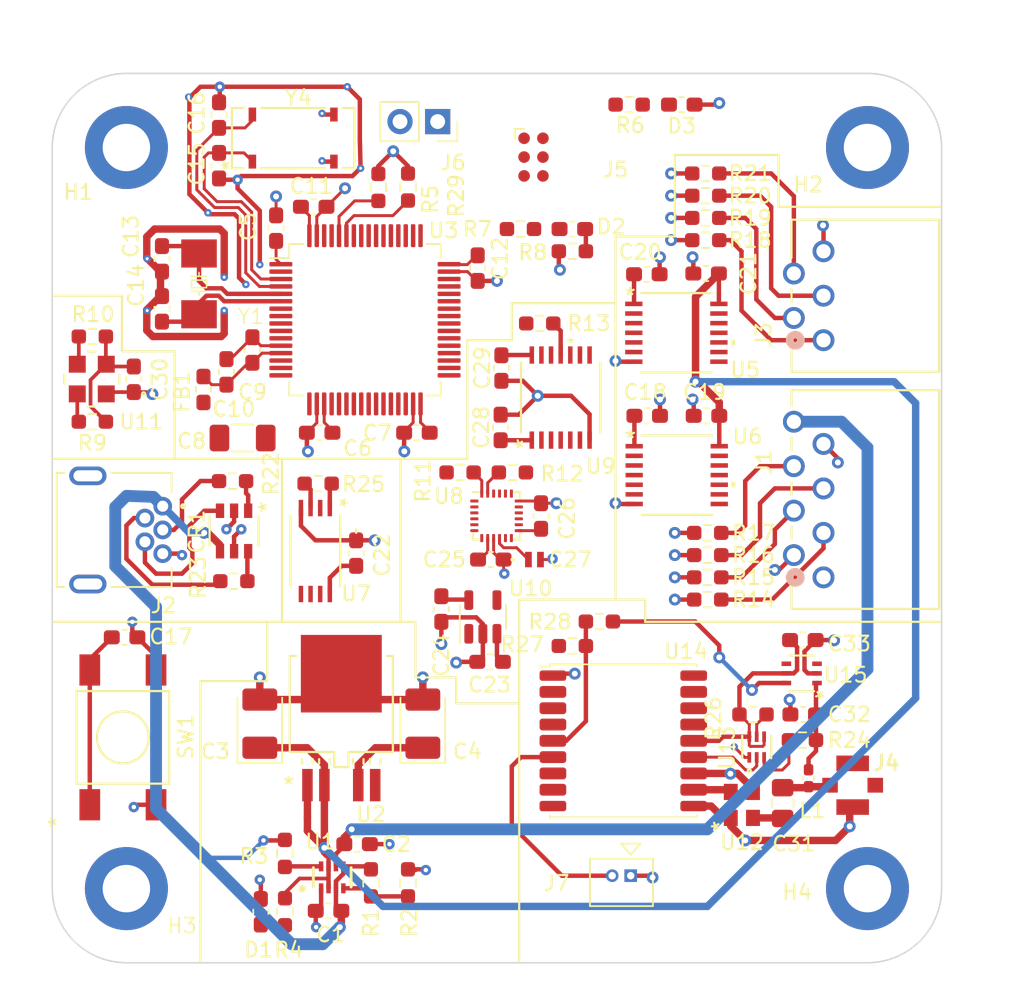
<source format=kicad_pcb>
(kicad_pcb (version 20221018) (generator pcbnew)
  (layers (0 "F.Cu" signal) (1 "In1.Cu" power "GND.Cu") (2 "In2.Cu" power "PWR_GND.Cu") (31 "B.Cu" signal) (34 "B.Paste" user) (35 "F.Paste" user) (36 "B.SilkS" user "B.Silkscreen") (37 "F.SilkS" user "F.Silkscreen") (38 "B.Mask" user) (39 "F.Mask" user) (44 "Edge.Cuts" user))
  (net 0 "")
  (net 1 "GND")
  (net 2 "U5V")
  (net 3 "+5V")
  (net 4 "+3V3")
  (net 5 "Net-(U3-PH0)")
  (net 6 "Net-(U3-PH1)")
  (net 7 "Net-(U3-PC14)")
  (net 8 "Net-(U3-PC15)")
  (net 9 "/MCU/NRST")
  (net 10 "+1V8")
  (net 11 "Net-(U8-REGOUT)")
  (net 12 "Net-(J4-In)")
  (net 13 "Net-(U12-IN)")
  (net 14 "Net-(U15-1A)")
  (net 15 "/Sensors/GNSS_VCC_RF")
  (net 16 "/MCU/USB_OTG_FS_DP")
  (net 17 "/MCU/USB_OTG_FS_ID")
  (net 18 "/MCU/USB_OTG_FS_DN")
  (net 19 "Net-(D1-A)")
  (net 20 "Net-(D2-K)")
  (net 21 "/MCU/USR_LED")
  (net 22 "Net-(D3-A)")
  (net 23 "/Connectors/BAT_SENS")
  (net 24 "/MCU/PWM1_CH1")
  (net 25 "/MCU/PWM1_CH2")
  (net 26 "/MCU/PWM1_CH3")
  (net 27 "/MCU/PWM1_CH4")
  (net 28 "Net-(J2-D-)")
  (net 29 "Net-(J2-D+)")
  (net 30 "/MCU/PWM2_CH1")
  (net 31 "/MCU/PWM2_CH2")
  (net 32 "/MCU/PWM2_CH3")
  (net 33 "/MCU/PWM2_CH4")
  (net 34 "Net-(J5-VCC)")
  (net 35 "/Connectors/TMS")
  (net 36 "/Connectors/NRST")
  (net 37 "/Connectors/TCK")
  (net 38 "/MCU/SYS_KWUP2")
  (net 39 "Net-(U1-PR1)")
  (net 40 "/PWR_SW_ST")
  (net 41 "BOOT0")
  (net 42 "/MCU/BARO_SDA")
  (net 43 "/MCU/BARO_SCL")
  (net 44 "/Sensors/IMU_SDA")
  (net 45 "/Sensors/IMU_SCL")
  (net 46 "/Sensors/IMU_FSYNC")
  (net 47 "Net-(U3-PB6)")
  (net 48 "Net-(U13-D2)")
  (net 49 "/MCU/EEP_NCS")
  (net 50 "Net-(U13-G2)")
  (net 51 "/MCU/GNSS_EXTINT")
  (net 52 "/Sensors/GNSS_EXT_INT")
  (net 53 "/Sensors/GNSS_ANT_SHORT_N")
  (net 54 "/MCU/SYS_PVD_IN")
  (net 57 "/MCU/PWM1_EN")
  (net 58 "/MCU/EEP_SCK")
  (net 59 "/MCU/EEP_MISO")
  (net 60 "/MCU/EEP_MOSI")
  (net 61 "/MCU/GNSS_TXD")
  (net 62 "/MCU/GNSS_RXD")
  (net 63 "/MCU/GNSS_TPULSE")
  (net 64 "/MCU/GNSS_RESET_N")
  (net 65 "/MCU/GNSS_SCL")
  (net 66 "/MCU/GNSS_SDA")
  (net 67 "/MCU/GNSS_SAFEMODE_N")
  (net 70 "/MCU/PWM2_EN")
  (net 71 "/MCU/IMU_FSYNC")
  (net 76 "/Sensors/IMU_INT1")
  (net 98 "/Sensors/GNSS_RF_IN")
  (net 99 "/Sensors/GNSS_ANT_OFF_N")
  (net 103 "/MCU/IMU_INT1")
  (net 104 "/MCU/IMU_SCL")
  (net 105 "/MCU/IMU_SDA")
  (net 106 "/Connectors/PWM1_CH1")
  (net 107 "/Connectors/PWM1_CH2")
  (net 108 "/Connectors/PWM1_CH3")
  (net 109 "/Connectors/PWM1_CH4")
  (net 110 "/Connectors/PWM2_CH1")
  (net 111 "/Connectors/PWM2_CH2")
  (net 112 "/Connectors/PWM2_CH3")
  (net 113 "/Connectors/PWM2_CH4")
  (net 114 "+5P")
  (net 115 "+3.3VA")
  (net 116 "Net-(J7-Pin_2)")
  (footprint "Capacitor_Tantalum_SMD:CP_EIA-3528-21_Kemet-B_Pad1.50x2.35mm_HandSolder" (layer "F.Cu") (at 85 103.8722 90)
    (fp_text reference "C4")
    (fp_text value "10uF,X5R,1210")
  )
  (footprint "Capacitor_SMD:C_0603_1608Metric_Pad1.08x0.95mm_HandSolder" (layer "F.Cu") (at 64.8773 98.0466)
    (fp_text reference "C17")
    (fp_text value "0.01uF")
  )
  (footprint "MountingHole:MountingHole_3.2mm_M3_DIN965_Pad_TopBottom" (layer "F.Cu") (at 115 115)
    (fp_text reference "H4")
    (fp_text value "MountingHole_Pad")
  )
  (footprint "Resistor_SMD:R_0603_1608Metric_Pad0.98x0.95mm_HandSolder" (layer "F.Cu") (at 92.8875 76.8702 180)
    (fp_text reference "R13")
    (fp_text value "0")
  )
  (footprint "Resistor_SMD:R_0603_1608Metric_Pad0.98x0.95mm_HandSolder" (layer "F.Cu") (at 77.9375 87.675)
    (fp_text reference "R25")
    (fp_text value "10K")
  )
  (footprint "Capacitor_SMD:C_0603_1608Metric_Pad1.08x0.95mm_HandSolder" (layer "F.Cu") (at 89.5375 99.7 180)
    (fp_text reference "C23")
    (fp_text value "1uF, GRM155R70G105KA12D")
  )
  (footprint "Capacitor_SMD:C_0603_1608Metric_Pad1.08x0.95mm_HandSolder" (layer "F.Cu") (at 78.0375 84.2425 180)
    (fp_text reference "C6")
    (fp_text value "0.1uF")
  )
  (footprint "Capacitor_SMD:C_0603_1608Metric_Pad1.08x0.95mm_HandSolder" (layer "F.Cu") (at 71.25 66.225 90)
    (fp_text reference "C15")
    (fp_text value "2pF,0603")
  )
  (footprint "Resistor_SMD:R_0603_1608Metric_Pad0.98x0.95mm_HandSolder" (layer "F.Cu") (at 104.0875 71.249999 180)
    (fp_text reference "R18")
    (fp_text value "10K")
  )
  (footprint "Resistor_SMD:R_0603_1608Metric_Pad0.98x0.95mm_HandSolder" (layer "F.Cu") (at 104.0875 69.749999 180)
    (fp_text reference "R19")
    (fp_text value "10K")
  )
  (footprint "Resistor_SMD:R_0603_1608Metric_Pad0.98x0.95mm_HandSolder" (layer "F.Cu") (at 96.9125 96.98 180)
    (fp_text reference "R28")
    (fp_text value "0")
  )
  (footprint "Drone_FCU:CAP_CGBDT_TDK" (layer "F.Cu") (at 92.5302 92.8)
    (fp_text reference "C27")
    (fp_text value "0.1uF, CGBDT1X7T0E105M022BC ")
  )
  (footprint "Drone_FCU:CONMHF1-SMD-G-T" (layer "F.Cu") (at 114 108.025 90)
    (fp_text reference "J4")
    (fp_text value "CONMHF1-SMD-G-T ")
  )
  (footprint "Drone_FCU:SF2316H" (layer "F.Cu") (at 106.525952 109.3537 90)
    (fp_text reference "U12")
    (fp_text value "SF2352H")
  )
  (footprint "Drone_FCU:292206-8" (layer "F.Cu") (at 112.032901 83.499999 90)
    (fp_text reference "J1")
    (fp_text value "292206-8")
  )
  (footprint "Package_QFP:LQFP-64_10x10mm_P0.5mm" (layer "F.Cu") (at 81.096 76.6225)
    (fp_text reference "U3")
    (fp_text value "STM32L475RCTx")
  )
  (footprint "MountingHole:MountingHole_3.2mm_M3_DIN965_Pad_TopBottom" (layer "F.Cu") (at 115 65)
    (fp_text reference "H2")
    (fp_text value "MountingHole_Pad")
  )
  (footprint "Drone_FCU:ABS25-32.768KHZ-6-T" (layer "F.Cu") (at 76.25 64.3625 90)
    (fp_text reference "Y4")
    (fp_text value "ABS25-32.768KHZ-6-T")
  )
  (footprint "Resistor_SMD:R_0603_1608Metric_Pad0.98x0.95mm_HandSolder" (layer "F.Cu") (at 98.9195 62.1055)
    (fp_text reference "R6")
    (fp_text value "330")
  )
  (footprint "Drone_FCU:TXS0104EPWR" (layer "F.Cu") (at 94.3 81.8702 90)
    (fp_text reference "U9")
    (fp_text value "TXS0104EPWR")
  )
  (footprint "Capacitor_SMD:C_0603_1608Metric_Pad1.08x0.95mm_HandSolder" (layer "F.Cu") (at 102.4695 62.1055 180)
    (fp_text reference "D3")
    (fp_text value "LTST-C191KGKT")
  )
  (footprint "Capacitor_SMD:C_0603_1608Metric_Pad1.08x0.95mm_HandSolder" (layer "F.Cu") (at 104.1375 83.101998 180)
    (fp_text reference "C19")
    (fp_text value "0.1uF")
  )
  (footprint "Resistor_SMD:R_0603_1608Metric_Pad0.98x0.95mm_HandSolder" (layer "F.Cu") (at 104.0875 66.749999 180)
    (fp_text reference "R21")
    (fp_text value "10K")
  )
  (footprint "Drone_FCU:TPS2116DRLR" (layer "F.Cu") (at 78.887499 114.240001 90)
    (fp_text reference "U1")
    (fp_text value "TPS2116DRLR")
  )
  (footprint "Connector_PinSocket_2.54mm:PinSocket_1x02_P2.54mm_Vertical" (layer "F.Cu") (at 86 63.25 -90)
    (fp_text reference "J6")
    (fp_text value "Conn_01x02_Pin")
  )
  (footprint "Resistor_SMD:R_0603_1608Metric_Pad0.98x0.95mm_HandSolder" (layer "F.Cu") (at 72.25 94.257499)
    (fp_text reference "R23")
    (fp_text value "0")
  )
  (footprint "Connector:Tag-Connect_TC2030-IDC-FP_2x03_P1.27mm_Vertical" (layer "F.Cu") (at 92.467 65.6455 -90)
    (fp_text reference "J5")
    (fp_text value "Conn_ARM_SWD_TagConnect_TC2030")
  )
  (footprint "Inductor_SMD:L_0402_1005Metric_Pad0.77x0.64mm_HandSolder" (layer "F.Cu") (at 111.025 107.5525 90)
    (fp_text reference "L1")
    (fp_text value "27nH, LQG15HH27NJ02D")
  )
  (footprint "Drone_FCU:292206-5" (layer "F.Cu") (at 112.032901 72 90)
    (fp_text reference "J3")
    (fp_text value "292206-5")
  )
  (footprint "Inductor_SMD:L_0603_1608Metric_Pad1.05x0.95mm_HandSolder" (layer "F.Cu") (at 70.2 81.325 90)
    (fp_text reference "FB1")
    (fp_text value "BEAD")
  )
  (footprint "Drone_FCU:CON_530470210_MOL" (layer "F.Cu") (at 99.025252 114.13)
    (fp_text reference "J7")
    (fp_text value "53047-0210 ")
  )
  (footprint "Drone_FCU:FSM4JSMATR" (layer "F.Cu") (at 64.7648 104.7966 90)
    (fp_text reference "SW1")
    (fp_text value "FSM4JSMATR")
  )
  (footprint "Capacitor_SMD:C_0603_1608Metric_Pad1.08x0.95mm_HandSolder" (layer "F.Cu") (at 67.4 75.8875 -90)
    (fp_text reference "C14")
    (fp_text value "6pF,0603")
  )
  (footprint "Capacitor_SMD:C_0603_1608Metric_Pad1.08x0.95mm_HandSolder" (layer "F.Cu") (at 80.5625 112)
    (fp_text reference "C2")
    (fp_text value "1uF,0603")
  )
  (footprint "Capacitor_SMD:C_0603_1608Metric_Pad1.08x0.95mm_HandSolder" (layer "F.Cu") (at 110.637374 98.23 180)
    (fp_text reference "C33")
    (fp_text value "0.1uF, 0603")
  )
  (footprint "Drone_FCU:TXU0104QPWRQ1" (layer "F.Cu") (at 102.1298 87.101998)
    (fp_text reference "U6")
    (fp_text value "TXU0104QPWRQ1")
  )
  (footprint "Resistor_SMD:R_0603_1608Metric_Pad0.98x0.95mm_HandSolder" (layer "F.Cu") (at 95.0875 98.63)
    (fp_text reference "R27")
    (fp_text value "OPEN")
  )
  (footprint "Capacitor_SMD:C_1206_3216Metric_Pad1.33x1.80mm_HandSolder" (layer "F.Cu") (at 72.8375 84.6 180)
    (fp_text reference "C8")
    (fp_text value "4.7uF")
  )
  (footprint "Drone_FCU:ECS-80-8-30-JGN-TR" (layer "F.Cu") (at 69.9 74.2 -90)
    (fp_text reference "Y1")
    (fp_text value "ECS-80-8-30-JGN-TR ")
  )
  (footprint "Capacitor_SMD:C_0603_1608Metric_Pad1.08x0.95mm_HandSolder" (layer "F.Cu") (at 74.069298 116.5625 -90)
    (fp_text reference "D1")
    (fp_text value "LS Q976-NR-1")
  )
  (footprint "Resistor_SMD:R_0603_1608Metric_Pad0.98x0.95mm_HandSolder" (layer "F.Cu") (at 91.0405 86.923 180)
    (fp_text reference "R12")
    (fp_text value "10K")
  )
  (footprint "Capacitor_SMD:C_0603_1608Metric_Pad1.08x0.95mm_HandSolder" (layer "F.Cu") (at 75.1 70.4375 90)
    (fp_text reference "C5")
    (fp_text value "0.1uF")
  )
  (footprint "Resistor_SMD:R_0603_1608Metric_Pad0.98x0.95mm_HandSolder" (layer "F.Cu") (at 87.5155 86.923)
    (fp_text reference "R11")
    (fp_text value "10K")
  )
  (footprint "Resistor_SMD:R_0603_1608Metric_Pad0.98x0.95mm_HandSolder" (layer "F.Cu") (at 75.7 116.5625 -90)
    (fp_text reference "R4")
    (fp_text value "330")
  )
  (footprint "Resistor_SMD:R_0603_1608Metric_Pad0.98x0.95mm_HandSolder" (layer "F.Cu") (at 104.220401 91 180)
    (fp_text reference "R17")
    (fp_text value "10K")
  )
  (footprint "Capacitor_SMD:C_0603_1608Metric_Pad1.08x0.95mm_HandSolder" (layer "F.Cu") (at 89.5875 92.8)
    (fp_text reference "C25")
    (fp_text value "0.1uF, X7R, 06034C104KAT2A")
  )
  (footprint "Capacitor_SMD:C_0603_1608Metric_Pad1.08x0.95mm_HandSolder" (layer "F.Cu") (at 100.1375 83.101998 180)
    (fp_text reference "C18")
    (fp_text value "0.1uF")
  )
  (footprint "Resistor_SMD:R_0603_1608Metric_Pad0.98x0.95mm_HandSolder" (layer "F.Cu") (at 84 67.665 -90)
    (fp_text reference "R29")
    (fp_text value "OPEN")
  )
  (footprint "Capacitor_SMD:C_0603_1608Metric_Pad1.08x0.95mm_HandSolder" (layer "F.Cu") (at 78.6375 116.5)
    (fp_text reference "C1")
    (fp_text value "1uF,0603")
  )
  (footprint "Capacitor_SMD:C_0603_1608Metric_Pad1.08x0.95mm_HandSolder" (layer "F.Cu") (at 84.6 84.2425 180)
    (fp_text reference "C7")
    (fp_text value "0.1uF")
  )
  (footprint "Resistor_SMD:R_0603_1608Metric_Pad0.98x0.95mm_HandSolder" (layer "F.Cu") (at 72.1625 87.507499)
    (fp_text reference "R22")
    (fp_text value "0")
  )
  (footprint "Capacitor_SMD:C_0603_1608Metric_Pad1.08x0.95mm_HandSolder" (layer "F.Cu") (at 104.1125 73.5 180)
    (fp_text reference "C21")
    (fp_text value "0.1uF")
  )
  (footprint "Resistor_SMD:R_0603_1608Metric_Pad0.98x0.95mm_HandSolder" (layer "F.Cu") (at 62.702 77.75 180)
    (fp_text reference "R10")
    (fp_text value "10K")
  )
  (footprint "Capacitor_SMD:C_0603_1608Metric_Pad1.08x0.95mm_HandSolder" (layer "F.Cu") (at 73.5 78.6625 90)
    (fp_text reference "C9")
    (fp_text value "0.01uF")
  )
  (footprint "Capacitor_SMD:C_0603_1608Metric_Pad1.08x0.95mm_HandSolder" (layer "F.Cu") (at 95.0875 70.5 180)
    (fp_text reference "D2")
    (fp_text value "GREEN, LTST-C191KGKT")
  )
  (footprint "Capacitor_SMD:C_0603_1608Metric_Pad1.08x0.95mm_HandSolder" (layer "F.Cu") (at 90.25 83.8875 -90)
    (fp_text reference "C28")
    (fp_text value "0.1uF")
  )
  (footprint "Resistor_SMD:R_0603_1608Metric_Pad0.98x0.95mm_HandSolder" (layer "F.Cu") (at 104.220401 95.5 180)
    (fp_text reference "R14")
    (fp_text value "10K")
  )
  (footprint "Resistor_SMD:R_0603_1608Metric_Pad0.98x0.95mm_HandSolder" (layer "F.Cu") (at 84 114.6125 90)
    (fp_text reference "R2")
    (fp_text value "10K")
  )
  (footprint "Drone_FCU:GMSB0522152Y5EU" (layer "F.Cu") (at 62.4 90.8 -90)
    (fp_text reference "J2")
    (fp_text value "GMSB0522152Y5EU")
  )
  (footprint "Resistor_SMD:R_0603_1608Metric_Pad0.98x0.95mm_HandSolder" (layer "F.Cu") (at 81.5 114.6125 -90)
    (fp_text reference "R1")
    (fp_text value "10K")
  )
  (footprint "Capacitor_SMD:C_0603_1608Metric_Pad1.08x0.95mm_HandSolder" (layer "F.Cu") (at 67.4 72.5125 90)
    (fp_text reference "C13")
    (fp_text value "6pF,0603")
  )
  (footprint "Capacitor_SMD:C_0603_1608Metric_Pad1.08x0.95mm_HandSolder" (layer "F.Cu") (at 88.7 73.1375 -90)
    (fp_text reference "C12")
    (fp_text value "0.1uF")
  )
  (footprint "Resistor_SMD:R_0603_1608Metric_Pad0.98x0.95mm_HandSolder" (layer "F.Cu") (at 104.220401 94 180)
    (fp_text reference "R15")
    (fp_text value "10K")
  )
  (footprint "Capacitor_SMD:C_0603_1608Metric_Pad1.08x0.95mm_HandSolder" (layer "F.Cu") (at 71.75 80.1375 90)
    (fp_text reference "C10")
    (fp_text value "1uF")
  )
  (footprint "Drone_FCU:AT25640B-XHL-T" (layer "F.Cu") (at 77.75 92.225 -90)
    (fp_text reference "U7")
    (fp_text value "AT25640B-XHL-T")
  )
  (footprint "Capacitor_SMD:C_0603_1608Metric_Pad1.08x0.95mm_HandSolder" (layer "F.Cu") (at 65.5 80.6375 -90)
    (fp_text reference "C30")
    (fp_text value "0.1uF, 0603")
  )
  (footprint "Capacitor_SMD:C_0603_1608Metric_Pad1.08x0.95mm_HandSolder" (layer "F.Cu") (at 71.25 62.8125 -90)
    (fp_text reference "C16")
    (fp_text value "2pF,0603")
  )
  (footprint "Sensor_Motion:InvenSense_QFN-24_3x3mm_P0.4mm" (layer "F.Cu") (at 89.975 89.85)
    (fp_text reference "U8")
    (fp_text value "ICM-20948")
  )
  (footprint "Capacitor_SMD:C_0603_1608Metric_Pad1.08x0.95mm_HandSolder" (layer "F.Cu") (at 90.3 79.8779 -90)
    (fp_text reference "C29")
    (fp_text value "0.1uF")
  )
  (footprint "Capacitor_SMD:C_0603_1608Metric_Pad1.08x0.95mm_HandSolder" (layer "F.Cu") (at 77.6375 69)
    (fp_text reference "C11")
    (fp_text value "0.1uF")
  )
  (footprint "Drone_FCU:SN74LVC2G07DCKR" (layer "F.Cu") (at 110.559924 100.48 180)
    (fp_text reference "U15")
    (fp_text value "SN74LVC2G07DCKR")
  )
  (footprint "MountingHole:MountingHole_3.2mm_M3_DIN965_Pad_TopBottom" (layer "F.Cu") (at 65 115)
    (fp_text reference "H3")
    (fp_text value "MountingHole_Pad")
  )
  (footprint "Capacitor_Tantalum_SMD:CP_EIA-3528-21_Kemet-B_Pad1.50x2.35mm_HandSolder" (layer "F.Cu") (at 74 103.8722 90)
    (fp_text reference "C3")
    (fp_text value "10uF,X5R,1210")
  )
  (footprint "Resistor_SMD:R_0603_1608Metric_Pad0.98x0.95mm_HandSolder" (layer "F.Cu") (at 95.0875 72)
    (fp_text reference "R8")
    (fp_text value "330")
  )
  (footprint "Resistor_SMD:R_0603_1608Metric_Pad0.98x0.95mm_HandSolder" (layer "F.Cu") (at 82 67.6875 -90)
    (fp_text reference "R5")
    (fp_text value "10K")
  )
  (footprint "Drone_FCU:LPS33KTR" (layer "F.Cu") (at 62.6639 80.621501 180)
    (fp_text reference "U11")
    (fp_text value "LPS33KTR")
  )
  (footprint "Resistor_SMD:R_0603_1608Metric_Pad0.98x0.95mm_HandSolder" (layer "F.Cu") (at 107.275 103.25 180)
    (fp_text reference "R26")
    (fp_text value "100K, ERJ-3GEYJ104V ")
  )
  (footprint "Resistor_SMD:R_0603_1608Metric_Pad0.98x0.95mm_HandSolder" (layer "F.Cu") (at 104.220401 92.5 180)
    (fp_text reference "R16")
    (fp_text value "10K")
  )
  (footprint "Resistor_SMD:R_0603_1608Metric_Pad0.98x0.95mm_HandSolder" (layer "F.Cu") (at 104.0875 68.249999 180)
    (fp_text reference "R20")
    (fp_text value "10K")
  )
  (footprint "Capacitor_SMD:C_0603_1608Metric_Pad1.08x0.95mm_HandSolder" (layer "F.Cu") (at 92.975 89.8625 90)
    (fp_text reference "C26")
    (fp_text value "0.1uF, X7R, 06034C104KAT2A")
  )
  (footprint "Drone_FCU:SOT23-6L_STM" (layer "F.Cu") (at 72.264999 90.872749 -90)
    (fp_text reference "CR1")
    (fp_text value "ESDA6V1BC6")
  )
  (footprint "Drone_FCU:TXU0104QPWRQ1" (layer "F.Cu") (at 102.1048 77.5)
    (fp_text reference "U5")
    (fp_text value "TXU0104QPWRQ1")
  )
  (footprint "Resistor_SMD:R_0603_1608Metric_Pad0.98x0.95mm_HandSolder" (layer "F.Cu") (at 110.612374 104.98 180)
    (fp_text reference "R24")
    (fp_text value "10, ERJ-UP3J100V")
  )
  (footprint "Capacitor_SMD:C_0603_1608Metric_Pad1.08x0.95mm_HandSolder" (layer "F.Cu") (at 100.1125 73.550042 180)
    (fp_text reference "C20")
    (fp_text value "0.1uF")
  )
  (footprint "MountingHole:MountingHole_3.2mm_M3_DIN965_Pad_TopBottom" (layer "F.Cu") (at 65 65)
    (fp_text reference "H1")
    (fp_text value "MountingHole_Pad")
  )
  (footprint "Capacitor_SMD:C_0603_1608Metric_Pad1.08x0.95mm_HandSolder" (layer "F.Cu") (at 110.6625 103.25)
    (fp_text reference "C32")
    (fp_text value "10nF, C0603X103K4RACTU ")
  )
  (footprint "Package_TO_SOT_SMD:SOT-23-5" (layer "F.Cu") (at 89.05 96.673 90)
    (fp_text reference "U10")
    (fp_text value "TPS7A0518PDBV")
  )
  (footprint "Resistor_SMD:R_0603_1608Metric_Pad0.98x0.95mm_HandSolder" (layer "F.Cu") (at 91.5875 70.5 180)
    (fp_text reference "R7")
    (fp_text value "OPEN")
  )
  (footprint "Resistor_SMD:R_0603_1608Metric_Pad0.98x0.95mm_HandSolder" (layer "F.Cu") (at 75.692 112.6255 -90)
    (fp_text reference "R3")
    (fp_text value "10K")
  )
  (footprint "Resistor_SMD:R_0603_1608Metric_Pad0.98x0.95mm_HandSolder" (layer "F.Cu") (at 62.702 83.5 180)
    (fp_text reference "R9")
    (fp_text value "10K")
  )
  (footprint "RF_GPS:ublox_MAX" (layer "F.Cu") (at 98.525252 105.03)
    (fp_text reference "U14")
    (fp_text value "MAX-M10S")
  )
  (footprint "Capacitor_SMD:C_0603_1608Metric_Pad1.08x0.95mm_HandSolder" (layer "F.Cu") (at 80.5 92.3625 -90)
    (fp_text reference "C22")
    (fp_text value "0.1uF")
  )
  (footprint "Capacitor_SMD:C_0603_1608Metric_Pad1.08x0.95mm_HandSolder" (layer "F.Cu") (at 86.25 96.1375 -90)
    (fp_text reference "C24")
    (fp_text value "1uF, GRM155R70G105KA12D")
  )
  (footprint "Drone_FCU:TPS78533QKVUR" (layer "F.Cu") (at 79.5 102.5447)
    (fp_text reference "U2")
    (fp_text value "TPS78533QKVUR")
  )
  (footprint "Drone_FCU:SI1016X-T1-GE3" (layer "F.Cu") (at 107.524874 105.4485 90)
    (fp_text reference "U13")
    (fp_text value "SI1016X-T1-GE3")
  )
  (footprint "Capacitor_SMD:C_0805_2012Metric_Pad1.18x1.45mm_HandSolder" (layer "F.Cu") (at 109.275 109.23 -90)
    (fp_text reference "C31")
    (fp_text value "47pF, C0805H470J3GACTU ")
  )
  (gr_line (start 84.5 97) (end 83.5 97) (stroke (width 0.15)) (layer "F.SilkS"))
  (gr_line (start 64.7 78.75) (end 68.25 78.75) (stroke (width 0.15)) (layer "F.SilkS"))
  (gr_line (start 91 75.5) (end 91 78) (stroke (width 0.15)) (layer "F.SilkS"))
  (gr_line (start 74 97) (end 60 97) (stroke (width 0.15)) (layer "F.SilkS"))
  (gr_line (start 102 65.5) (end 102 71) (stroke (width 0.15)) (layer "F.SilkS"))
  (gr_line (start 70 120) (end 70 101) (stroke (width 0.15)) (layer "F.SilkS"))
  (gr_line (start 64.7 75.025) (end 64.7 78.7) (stroke (width 0.15)) (layer "F.SilkS"))
  (gr_line (start 87.25 102.5) (end 91.5 102.5) (stroke (width 0.15)) (layer "F.SilkS"))
  (gr_line (start 98 71) (end 98 95.5) (stroke (width 0.15)) (layer "F.SilkS"))
  (gr_line (start 74.5 101) (end 74.5 97) (stroke (width 0.15)) (layer "F.SilkS"))
  (gr_line (start 109 65.5) (end 102 65.5) (stroke (width 0.15)) (layer "F.SilkS"))
  (gr_line (start 74 97) (end 83.5 97) (stroke (width 0.15)) (layer "F.SilkS"))
  (gr_line (start 75.5 86) (end 60 86) (stroke (width 0.15)) (layer "F.SilkS"))
  (gr_line (start 75.5 86) (end 75.5 97) (stroke (width 0.15)) (layer "F.SilkS"))
  (gr_line (start 60 75) (end 64.7 75) (stroke (width 0.15)) (layer "F.SilkS"))
  (gr_line (start 88 78) (end 88 86) (stroke (width 0.15)) (layer "F.SilkS"))
  (gr_line (start 88.5 78) (end 88 78) (stroke (width 0.15)) (layer "F.SilkS"))
  (gr_line (start 70 101) (end 74.5 101) (stroke (width 0.15)) (layer "F.SilkS"))
  (gr_line (start 118 97) (end 120 97) (stroke (width 0.15)) (layer "F.SilkS"))
  (gr_line (start 100 95.5) (end 100 97) (stroke (width 0.15)) (layer "F.SilkS"))
  (gr_line (start 83.5 86) (end 75.5 86) (stroke (width 0.15)) (layer "F.SilkS"))
  (gr_line (start 100 97) (end 118 97) (stroke (width 0.15)) (layer "F.SilkS"))
  (gr_line (start 91.5 100.25) (end 91.5 95.5) (stroke (width 0.15)) (layer "F.SilkS"))
  (gr_line (start 109 69) (end 109 65.5) (stroke (width 0.15)) (layer "F.SilkS"))
  (gr_line (start 88 86) (end 83.5 86) (stroke (width 0.15)) (layer "F.SilkS"))
  (gr_line (start 91 78) (end 88.5 78) (stroke (width 0.15)) (layer "F.SilkS"))
  (gr_line (start 91.5 95.5) (end 100 95.5) (stroke (width 0.15)) (layer "F.SilkS"))
  (gr_line (start 84.5 100.75) (end 87.25 100.75) (stroke (width 0.15)) (layer "F.SilkS"))
  (gr_line (start 91.5 120) (end 91.5 100.25) (stroke (width 0.15)) (layer "F.SilkS"))
  (gr_line (start 87.25 100.75) (end 87.25 102.5) (stroke (width 0.15)) (layer "F.SilkS"))
  (gr_line (start 98 75.5) (end 91 75.5) (stroke (width 0.15)) (layer "F.SilkS"))
  (gr_line (start 120 69) (end 109 69) (stroke (width 0.15)) (layer "F.SilkS"))
  (gr_line (start 102 71) (end 98 71) (stroke (width 0.15)) (layer "F.SilkS"))
  (gr_line (start 83.5 86) (end 83.5 97) (stroke (width 0.15)) (layer "F.SilkS"))
  (gr_line (start 84.5 97) (end 84.5 100.75) (stroke (width 0.15)) (layer "F.SilkS"))
  (gr_line (start 68.25 78.75) (end 68.25 86) (stroke (width 0.15)) (layer "F.SilkS"))
  (gr_line (start 80.5 90.75) (end 80.5 91) (stroke (width 0.15)) (layer "F.SilkS"))
  (gr_line (start 120 65) (end 120 115) (stroke (width 0.1)) (layer "Edge.Cuts"))
  (gr_line (start 60 115) (end 60 65) (stroke (width 0.1)) (layer "Edge.Cuts"))
  (gr_arc (start 65 120) (mid 61.464466 118.535534) (end 60 115) (stroke (width 0.1)) (layer "Edge.Cuts"))
  (gr_arc (start 115 60) (mid 118.535534 61.464466) (end 120 65) (stroke (width 0.1)) (layer "Edge.Cuts"))
  (gr_arc (start 60 65) (mid 61.464466 61.464466) (end 65 60) (stroke (width 0.1)) (layer "Edge.Cuts"))
  (gr_line (start 115 120) (end 65 120) (stroke (width 0.1)) (layer "Edge.Cuts"))
  (gr_arc (start 120 115) (mid 118.535534 118.535534) (end 115 120) (stroke (width 0.1)) (layer "Edge.Cuts"))
  (gr_line (start 65 60) (end 115 60) (stroke (width 0.1)) (layer "Edge.Cuts"))
  (segment (start 66.375 76.025) (end 66.4 76) (width 0.5) (layer "F.Cu") (net 1))
  (segment (start 65.6568 109.3432) (end 65.5 109.5) (width 0.3) (layer "F.Cu") (net 1))
  (segment (start 90.25 83.025) (end 91.475 83.025) (width 0.3) (layer "F.Cu") (net 1))
  (segment (start 68.65 92.4) (end 68.75 92.5) (width 0.3) (layer "F.Cu") (net 1))
  (segment (start 88.01 73.3725) (end 88.7625 74.125) (width 0.2) (layer "F.Cu") (net 1))
  (segment (start 65.4 97) (end 65.4 97.7068) (width 0.3) (layer "F.Cu") (net 1))
  (segment (start 67 99.3068) (end 65.7398 98.0466) (width 0.3) (layer "F.Cu") (net 1))
  (segment (start 78.2 62.7) (end 78.275 62.775) (width 0.3) (layer "F.Cu") (net 1))
  (segment (start 101.75 68.249999) (end 101.999999 68.249999) (width 0.3) (layer "F.Cu") (net 1))
  (segment (start 77.175 84.2425) (end 77.175 85.425) (width 0.3) (layer "F.Cu") (net 1))
  (segment (start 89.05 97.8105) (end 89.05 99.475) (width 0.3) (layer "F.Cu") (net 1))
  (segment (start 103.25 73.5) (end 103.25 72.45) (width 0.3) (layer "F.Cu") (net 1))
  (segment (start 110.98 100.48) (end 111.594974 100.48) (width 0.3) (layer "F.Cu") (net 1))
  (segment (start 84.346 83.554) (end 83.816 84.084) (width 0.2) (layer "F.Cu") (net 1))
  (segment (start 72.6 73.777112) (end 72.6 69.8) (width 0.3) (layer "F.Cu") (net 1))
  (segment (start 98.051956 89.051956) (end 98 89) (width 0.3) (layer "F.Cu") (net 1))
  (segment (start 65.5 81.5) (end 66.6125 81.5) (width 0.25) (layer "F.Cu") (net 1))
  (segment (start 88.601999 96.7) (end 89.05 97.148001) (width 0.3) (layer "F.Cu") (net 1))
  (segment (start 107.275252 108.275252) (end 107.275252 108.4774) (width 0.5) (layer "F.Cu") (net 1))
  (segment (start 78.137498 116.137502) (end 78.137498 114.980002) (width 0.3) (layer "F.Cu") (net 1))
  (segment (start 86.25 97) (end 86.25 98.5) (width 0.3) (layer "F.Cu") (net 1))
  (segment (start 93.905252 100.5) (end 93.775252 100.63) (width 0.3) (layer "F.Cu") (net 1))
  (segment (start 74.069298 114.469298) (end 74 114.4) (width 0.3) (layer "F.Cu") (net 1))
  (segment (start 111.499874 98.250126) (end 110.75 99) (width 0.3) (layer "F.Cu") (net 1))
  (segment (start 69.2 61.7) (end 70 60.9) (width 0.3) (layer "F.Cu") (net 1))
  (segment (start 79.9 60.9) (end 80.75 61.75) (width 0.3) (layer "F.Cu") (net 1))
  (segment (start 72.75 90.757499) (end 72.264999 91.2425) (width 0.3) (layer "F.Cu") (net 1))
  (segment (start 67 109.3432) (end 65.6568 109.3432) (width 0.3) (layer "F.Cu") (net 1))
  (segment (start 67 100.25) (end 67 99.3068) (width 0.3) (layer "F.Cu") (net 1))
  (segment (start 105.73 107.23) (end 105.75 107.25) (width 0.5) (layer "F.Cu") (net 1))
  (segment (start 92.825 88.85) (end 92.975 89) (width 0.2) (layer "F.Cu") (net 1))
  (segment (start 77.846 83.5715) (end 77.846 82.2975) (width 0.2) (layer "F.Cu") (net 1))
  (segment (start 105.75 107.25) (end 105.77 107.23) (width 0.5) (layer "F.Cu") (net 1))
  (segment (start 84 113.7) (end 85.15 113.7) (width 0.3) (layer "F.Cu") (net 1))
  (segment (start 112.032901 72.000001) (end 112.032901 70.282901) (width 0.3) (layer "F.Cu") (net 1))
  (segment (start 65.4 97.7068) (end 65.7398 98.0466) (width 0.3) (layer "F.Cu") (net 1))
  (segment (start 73.9995 69.263104) (end 72.5 67.763604) (width 0.3) (layer "F.Cu") (net 1))
  (segment (start 85 102.2472) (end 81.2472 102.2472) (width 0.5) (layer "F.Cu") (net 1))
  (segment (start 90.45 92.8) (end 90.45 93.7) (width 0.2) (layer "F.Cu") (net 1))
  (segment (start 82 66.25) (end 83 65.25) (width 0.3) (layer "F.Cu") (net 1))
  (segment (start 72.3 69.5) (end 70.6 69.5) (width 0.3) (layer "F.Cu") (net 1))
  (segment (start 82 66.775) (end 82 66.25) (width 0.3) (layer "F.Cu") (net 1))
  (segment (start 106.75 111.75) (end 105.776652 110.776652) (width 0.5) (layer "F.Cu") (net 1))
  (segment (start 72.264999 90.2425) (end 72.264999 89.507499) (width 0.3) (layer "F.Cu") (net 1))
  (segment (start 71.3375 67.175) (end 71.25 67.0875) (width 0.3) (layer "F.Cu") (net 1))
  (segment (start 69.3 61.6) (end 69.2 61.6) (width 0.3) (layer "F.Cu") (net 1))
  (segment (start 71.6 76) (end 71.6 77.55) (width 0.5) (layer "F.Cu") (net 1))
  (segment (start 72.5 67.175) (end 72.75 66.925) (width 0.3) (layer "F.Cu") (net 1))
  (segment (start 104.8945 62.1055) (end 105 62) (width 0.3) (layer "F.Cu") (net 1))
  (segment (start 73.9995 72.9) (end 73.9995 69.263104) (width 0.3) (layer "F.Cu") (net 1))
  (segment (start 67.3 75.025) (end 67.3 73.375) (width 0.5) (layer "F.Cu") (net 1))
  (segment (start 98.049958 79.449958) (end 98 79.4) (width 0.3) (layer "F.Cu") (net 1))
  (segment (start 77.75 91.5) (end 76.775001 90.525001) (width 0.3) (layer "F.Cu") (net 1))
  (segment (start 99.025252 114.13) (end 100.38 114.13) (width 0.3) (layer "F.Cu") (net 1))
  (segment (start 77.775 117.575) (end 77.8 117.6) (width 0.3) (layer "F.Cu") (net 1))
  (segment (start 92.9366 92.8) (end 93.7 92.8) (width 0.2) (layer "F.Cu") (net 1))
  (segment (start 93.7 92.8) (end 93.75 92.75) (width 0.2) (layer "F.Cu") (net 1))
  (segment (start 66.9 70.5) (end 66.375 71.025) (width 0.5) (layer "F.Cu") (net 1))
  (segment (start 113 85.967098) (end 112.032901 84.999999) (width 0.3) (layer "F.Cu") (net 1))
  (segment (start 77.175 85.425) (end 77.25 85.5) (width 0.2) (layer "F.Cu") (net 1))
  (segment (start 103.175 66.749999) (end 102.000002 66.749999) (width 0.3) (layer "F.Cu") (net 1))
  (segment (start 102 71.249999) (end 101.75 71.25) (width 0.3) (layer "F.Cu") (net 1))
  (segment (start 96.249999 84.7404) (end 96.25 83) (width 0.3) (layer "F.Cu") (net 1))
  (segment (start 77.975 116.5) (end 77.775 116.5) (width 0.3) (layer "F.Cu") (net 1))
  (segment (start 103.175 71.249999) (end 102 71.249999) (width 0.3) (layer "F.Cu") (net 1))
  (segment (start 101.75 68.249999) (end 103.175 68.249999) (width 0.3) (layer "F.Cu") (net 1))
  (segment (start 78.275 62.775) (end 79 62.775) (width 0.3) (layer "F.Cu") (net 1))
  (segment (start 81.2472 102.2472) (end 79.5 100.5) (width 0.5) (layer "F.Cu") (net 1))
  (segment (start 105.77 107.23) (end 106.23 107.23) (width 0.5) (layer "F.Cu") (net 1))
  (segment (start 110.75 100.25) (end 110.98 100.48) (width 0.3) (layer "F.Cu") (net 1))
  (segment (start 89.05 97.148001) (end 89.05 97.8105) (width 0.3) (layer "F.Cu") (net 1))
  (segment (start 88.675 99.7) (end 87.3 99.7) (width 0.3) (layer "F.Cu") (net 1))
  (segment (start 79 65.95) (end 78.25 65.95) (width 0.3) (layer "F.Cu") (net 1))
  (segment (start 103.25 72.45) (end 103.2 72.4) (width 0.3) (layer "F.Cu") (net 1))
  (segment (start 72.025 79.275) (end 71.75 79.275) (width 0.2) (layer "F.Cu") (net 1))
  (segment (start 102.000002 66.749999) (end 101.75 66.75) (width 0.3) (layer "F.Cu") (net 1))
  (segment (start 92.75 81.75) (end 91.7404 80.7404) (width 0.3) (layer "F.Cu") (net 1))
  (segment (start 102.000002 69.749999) (end 101.75 69.75) (width 0.3) (layer "F.Cu") (net 1))
  (segment (start 102 66.749999) (end 102.000001 66.749999) (width 0.3) (layer "F.Cu") (net 1))
  (segment (start 71.6 77.55) (end 71.4 77.75) (width 0.5) (layer "F.Cu") (net 1))
  (segment (start 69.25 61.65) (end 69.3 61.6) (width 0.3) (layer "F.Cu") (net 1))
  (segment (start 75.421 78.3725) (end 74.0725 78.3725) (width 0.2) (layer "F.Cu") (net 1))
  (segment (start 80.5 91.5) (end 77.75 91.5) (width 0.3) (layer "F.Cu") (net 1))
  (segment (start 66.4 72.475) (end 66.4 72.5) (width 0.5) (layer "F.Cu") (net 1))
  (segment (start 103.275252 107.23) (end 105.73 107.23) (width 0.5) (layer "F.Cu") (net 1))
  (segment (start 77.846 69.654) (end 77.846 70.9475) (width 0.2) (layer "F.Cu") (net 1))
  (segment (start 113.8 110.8) (end 112.85 111.75) (width 0.5) (layer "F.Cu") (net 1))
  (segment (start 72.75 66.925) (end 80.25 66.925) (width 0.3) (layer "F.Cu") (net 1))
  (segment (start 70 60.9) (end 79.9 60.9) (width 0.3) (layer "F.Cu") (net 1))
  (segment (start 101.999998 71.249999) (end 101.999999 71.249999) (width 0.3) (layer "F.Cu") (net 1))
  (segment (start 111.499874 98.23) (end 112.73 98.23) (width 0.3) (layer "F.Cu") (net 1))
  (segment (start 66.425 72.5) (end 66.4 72.5) (width 0.5) (layer "F.Cu") (net 1))
  (segment (start 72.5 67.763604) (end 72.5 67.175) (width 0.3) (layer "F.Cu") (net 1))
  (segment (start 67 100.25) (end 67 109.3432) (width 0.3) (layer "F.Cu") (net 1))
  (segment (start 84 66.25) (end 83 65.25) (width 0.3) (layer "F.Cu") (net 1))
  (segment (start 78.5 69) (end 79.75 67.75) (width 0.2) (layer "F.Cu") (net 1))
  (segment (start 74.069298 115.7) (end 74.069298 114.469298) (width 0.3) (layer "F.Cu") (net 1))
  (segment (start 94.175 72) (end 94.175 73.175) (width 0.3) (layer "F.Cu") (net 1))
  (segment (start 109.8 102.3) (end 109.75 102.25) (width 0.3) (layer "F.Cu") (net 1))
  (segment (start 91.475 83.025) (end 92.75 81.75) (width 0.3) (layer "F.Cu") (net 1))
  (segment (start 80.5 91.5) (end 81.75 91.5) (width 0.3) (layer "F.Cu") (net 1))
  (segment (start 89.775 92.345) (end 90.353 92.923) (width 0.2) (layer "F.Cu") (net 1))
  (segment (start 101.75 71.25) (end 101.999998 71.249999) (width 0.3) (layer "F.Cu") (net 1))
  (segment (start 74 102.2472) (end 74 100.7472) (width 0.5) (layer "F.Cu") (net 1))
  (segment (start 89.05 99.475) (end 88.775 99.75) (width 0.2) (layer "F.Cu") (net 1))
  (segment (start 109.032899 93.5) (end 110.0329 92.499999) (width 0.3) (layer "F.Cu") (net 1))
  (segment (start 77.775 116.5) (end 77.775 117.575) (width 0.3) (layer "F.Cu") (net 1))
  (segment (start 78.625 69) (end 78.5 69) (width 0.2) (layer "F.Cu") (net 1))
  (segment (start 85 102.2472) (end 85 100.7472) (width 0.5) (layer "F.Cu") (net 1))
  (segment (start 95.25 100.5) (end 93.905252 100.5) (width 0.3) (layer "F.Cu") (net 1))
  (segment (start 73.061444 74.238556) (end 72.6 73.777112) (width 0.3) (layer "F.Cu") (net 1))
  (segment (start 78.5 69) (end 77.846 69.654) (width 0.2) (layer "F.Cu") (net 1))
  (segment (start 92.975 89) (end 94 89) (width 0.2) (layer "F.Cu") (net 1))
  (segment (start 88.7625 74.125) (end 88.8 74.125) (width 0.2) (layer "F.Cu") (net 1))
  (segment (start 63.763302 81.5) (end 63.6418 81.621502) (width 0.25) (layer "F.Cu") (net 1))
  (segment (start 66.375 72.45) (end 66.4 72.475) (width 0.5) (layer "F.Cu") (net 1))
  (segment (start 74 102.2472) (end 77.7528 102.2472) (width 0.5) (layer "F.Cu") (net 1))
  (segment (start 71.3 60.9) (end 71.3 61.8375) (width 0.3) (layer "F.Cu") (net 1))
  (segment (start 112.032901 70.282901) (end 112 70.25) (width 0.3) (layer "F.Cu") (net 1))
  (segment (start 103.275252 109.43) (end 104.453326 109.43) (width 0.5) (layer "F.Cu") (net 1))
  (segment (start 71.6 70.8) (end 71.3 70.5) (width 0.5) (layer "F.Cu") (net 1))
  (segment (start 71.6 73.75) (end 71.6 70.8) (width 0.5) (layer "F.Cu") (net 1))
  (segment (start 86.25 97) (end 86.55 96.7) (width 0.3) (layer "F.Cu") (net 1))
  (segment (start 84.346 82.2975) (end 84.346 83.554) (width 0.2) (layer "F.Cu") (net 1))
  (segment (start 86.55 96.7) (end 88.601999 96.7) (width 0.3) (layer "F.Cu") (net 1))
  (segment (start 103.307901 92.5) (end 102 92.5) (width 0.3) (layer "F.Cu") (net 1))
  (segment (start 105.253326 110.23) (end 105.776652 110.23) (width 0.5) (layer "F.Cu") (net 1))
  (segment (start 113.8 109.7) (end 113.8 110.8) (width 0.5) (layer "F.Cu") (net 1))
  (segment (start 99.2346 79.449958) (end 98.049958 79.449958) (width 0.3) (layer "F.Cu") (net 1))
  (segment (start 69.25 68.15) (end 69.25 61.65) (width 0.3) (layer "F.Cu") (net 1))
  (segment (start 80.25 66.925) (end 80.75 66.425) (width 0.3) (layer "F.Cu") (net 1))
  (segment (start 77.175 84.2425) (end 77.846 83.5715) (width 0.2) (layer "F.Cu") (net 1))
  (segment (start 110.75 99) (end 110.75 100.25) (width 0.3) (layer "F.Cu") (net 1))
  (segment (start 103.307901 94) (end 102 94) (width 0.3) (layer "F.Cu") (net 1))
  (segment (start 107.024748 106.147) (end 106.718222 106.147) (width 0.2) (layer "F.Cu") (net 1))
  (segment (start 102 69.749999) (end 102.000001 69.749999) (width 0.3) (layer "F.Cu") (net 1))
  (segment (start 65.5 81.5) (end 63.763302 81.5) (width 0.25) (layer "F.Cu") (net 1))
  (segment (start 66.375 77.341354) (end 66.375 76.025) (width 0.5) (layer "F.Cu") (net 1))
  (segment (start 80.75 66.425) (end 80.8 66.4) (width 0.3) (layer "F.Cu") (net 1))
  (segment (start 94.175 73.175) (end 94.25 73.25) (width 0.3) (layer "F.Cu") (net 1))
  (segment (start 113 86.25) (end 113 85.967098) (width 0.3) (layer "F.Cu") (net 1))
  (segment (start 71.4 77.75) (end 66.783646 77.75) (width 0.5) (layer "F.Cu") (net 1))
  (segment (start 72.264999 91.2425) (end 72.264999 92.237999) (width 0.3) (layer "F.Cu") (net 1))
  (segment (start 101.75 69.75) (end 102 69.749999) (width 0.3) (layer "F.Cu") (net 1))
  (segment (start 90.45 93.7) (end 90.5 93.75) (width 0.2) (layer "F.Cu") (net 1))
  (segment (start 96.25 83) (end 95 81.75) (width 0.3) (layer "F.Cu") (net 1))
  (segment (start 70.6 69.5) (end 70.5 69.4) (width 0.3) (layer "F.Cu") (net 1))
  (segment (start 75.1 68.3) (end 75.1 69.575) (width 0.2) (layer "F.Cu") (net 1))
  (segment (start 77.775 116.5) (end 78.137498 116.137502) (width 0.3) (layer "F.Cu") (net 1))
  (segment (start 73.5 77.8) (end 72.025 79.275) (width 0.2) (layer "F.Cu") (net 1))
  (segment (start 101 83.101998) (end 101 82) (width 0.3) (layer "F.Cu") (net 1))
  (segment (start 71.3 70.5) (end 66.9 70.5) (width 0.5) (layer "F.Cu") (net 1))
  (segment (start 112.85 111.75) (end 106.75 111.75) (width 0.5) (layer "F.Cu") (net 1))
  (segment (start 66.783646 77.75) (end 66.375 77.341354) (width 0.5) (layer "F.Cu") (net 1))
  (segment (start 112.73 98.23) (end 112.75 98.25) (width 0.3) (layer "F.Cu") (net 1))
  (segment (start 86.771 73.3725) (end 88.01 73.3725) (width 0.2) (layer "F.Cu") (net 1))
  (segment (start 83.816 84.084) (end 83.816 84.2425) (width 0.2) (layer "F.Cu") (net 1))
  (segment (start 66.375 71.025) (end 66.375 72.45) (width 0.5) (layer "F.Cu") (net 1))
  (segment (start 91.7404 80.7404) (end 90.3 80.7404) (width 0.3) (layer "F.Cu") (net 1))
  (segment (start 80.75 61.75) (end 80.75 64.425) (width 0.3) (layer "F.Cu") (net 1))
  (segment (start 80.8 66.4) (end 80.75 64.425) (width 0.3) (layer "F.Cu") (net 1))
  (segment (start 81.425 112) (end 82.75 112) (width 0.3) (layer "F.Cu") (net 1))
  (segment (start 104.453326 109.43) (end 105.253326 110.23) (width 0.5) (layer "F.Cu") (net 1))
  (segment (start 101.75 66.75) (end 102 66.749999) (width 0.3) (layer "F.Cu") (net 1))
  (segment (start 99.2596 89.051956) (end 98.051956 89.051956) (width 0.3) (layer "F.Cu") (net 1))
  (segment (start 89.775 91.35) (end 89.775 92.345) (width 0.2) (layer "F.Cu") (net 1))
  (segment (start 103.175 69.749999) (end 102.000002 69.749999) (width 0.3) (layer "F.Cu") (net 1))
  (segment (start 70.5 69.4) (end 69.25 68.15) (width 0.3) (layer "F.Cu") (net 1))
  (segment (start 106.23 107.23) (end 107.275252 108.275252) (width 0.5) (layer "F.Cu") (net 1))
  (segment (start 103.307901 95.5) (end 102 95.5) (width 0.3) (layer "F.Cu") (net 1))
  (segment (start 84 66.7525) (end 84 66.25) (width 0.3) (layer "F.Cu") (net 1))
  (segment (start 71.3 61.8375) (end 71.25 61.8875) (width 0.3) (layer "F.Cu") (net 1))
  (segment (start 77.7528 102.2472) (end 79.5 100.5) (width 0.5) (layer "F.Cu") (net 1))
  (segment (start 69.2 61.6) (end 69.2 61.7) (width 0.3) (layer "F.Cu") (net 1))
  (segment (start 66.375 75.95) (end 67.3 75.025) (width 0.5) (layer "F.Cu") (net 1))
  (segment (start 100.975 73.550042) (end 100.975 72.425) (width 0.3) (layer "F.Cu") (net 1))
  (segment (start 111.499874 98.23) (end 111.499874 98.250126) (width 0.3) (layer "F.Cu") (net 1))
  (segment (start 87.3 99.7) (end 87.25 99.75) (width 0.3) (layer "F.Cu") (net 1))
  (segment (start 66.375 75.975) (end 66.375 75.95) (width 0.5) (layer "F.Cu") (net 1))
  (segment (start 108.75 93.5) (end 109.032899 93.5) (width 0.3) (layer "F.Cu") (net 1))
  (segment (start 114 109.5) (end 113.8 109.7) (width 0.5) (layer "F.Cu") (net 1))
  (segment (start 72.6 69.8) (end 72.3 69.5) (width 0.3) (layer "F.Cu") (net 1))
  (segment (start 71.75 90.757499) (end 72.264999 90.2425) (width 0.3) (layer "F.Cu") (net 1))
  (segment (start 66.4 76) (end 66.375 75.975) (width 0.5) (layer "F.Cu") (net 1))
  (segment (start 67.45 92.4) (end 68.65 92.4) (width 0.3) (layer "F.Cu") (net 1))
  (segment (start 105.776652 110.776652) (end 105.776652 110.23) (width 0.5) (layer "F.Cu") (net 1))
  (segment (start 67.3 73.375) (end 66.425 72.5) (width 0.5) (layer "F.Cu") (net 1))
  (segment (start 74.0725 78.3725) (end 73.5 77.8) (width 0.2) (layer "F.Cu") (net 1))
  (segment (start 103.275 82.075) (end 103.2 82) (width 0.3) (layer "F.Cu") (net 1))
  (segment (start 72.5 67.175) (end 71.3375 67.175) (width 0.3) (layer "F.Cu") (net 1))
  (segment (start 106.718222 106.147) (end 106.009091 105.437869) (width 0.2) (layer "F.Cu") (net 1))
  (segment (start 103.332 62.1055) (end 104.8945 62.1055) (width 0.3) (layer "F.Cu") (net 1))
  (segment (start 76.775001 90.525001) (end 76.775001 89.325801) (width 0.3) (layer "F.Cu") (net 1))
  (segment (start 83.7375 85.4875) (end 83.75 85.5) (width 0.3) (layer "F.Cu") (net 1))
  (segment (start 100.975 72.425) (end 101 72.4) (width 0.3) (layer "F.Cu") (net 1))
  (segment (start 91.475 88.85) (end 92.825 88.85) (width 0.2) (layer "F.Cu") (net 1))
  (segment (start 109.8 103.25) (end 109.8 102.3) (width 0.3) (layer "F.Cu") (net 1))
  (segment (start 95 81.75) (end 92.75 81.75) (width 0.3) (layer "F.Cu") (net 1))
  (segment (start 84.45 113.7) (end 84.5 113.75) (width 0.3) (layer "F.Cu") (net 1))
  (segment (start 103.307901 91) (end 102 91) (width 0.3) (layer "F.Cu") (net 1))
  (segment (start 103.275 83.101998) (end 103.275 82.075) (width 0.3) (layer "F.Cu") (net 1))
  (segment (start 100.38 114.13) (end 100.5 114.25) (width 0.3) (layer "F.Cu") (net 1))
  (segment (start 83.7375 84.2425) (end 83.7375 85.4875) (width 0.3) (layer "F.Cu") (net 1))
  (segment (start 88.7 74) (end 90 74) (width 0.3) (layer "F.Cu") (net 1))
  (via (at 71.6 76) (size 0.5) (drill 0.2) (layers "F.Cu" "B.Cu") (net 1))
  (via (at 80.8 66.4) (size 0.5) (drill 0.2) (layers "F.Cu" "B.Cu") (net 1))
  (via (at 100.5 114.25) (size 0.8) (drill 0.4) (layers "F.Cu" "B.Cu") (net 1))
  (via (at 77.8 117.6) (size 0.7) (drill 0.3) (layers "F.Cu" "B.Cu") (net 1))
  (via (at 112.75 98.25) (size 0.8) (drill 0.4) (layers "F.Cu" "B.Cu") (net 1))
  (via (at 72.5 67.175) (size 0.7) (drill 0.3) (layers "F.Cu" "B.Cu") (net 1))
  (via (at 71.3 60.9) (size 0.7) (drill 0.3) (layers "F.Cu" "B.Cu") (net 1))
  (via (at 90.5 93.75) (size 0.7) (drill 0.3) (layers "F.Cu" "B.Cu") (net 1))
  (via (at 71.6 73.75) (size 0.5) (drill 0.2) (layers "F.Cu" "B.Cu") (net 1))
  (via (at 102 95.5) (size 0.8) (drill 0.4) (layers "F.Cu" "B.Cu") (net 1))
  (via (at 98 89) (size 0.8) (drill 0.4) (layers "F.Cu" "B.Cu") (net 1))
  (via (at 66.4 72.5) (size 0.5) (drill 0.2) (layers "F.Cu" "B.Cu") (net 1))
  (via (at 101.75 71.25) (size 0.8) (drill 0.4) (layers "F.Cu" "B.Cu") (net 1))
  (via (at 101.75 66.75) (size 0.8) (drill 0.4) (layers "F.Cu" "B.Cu") (net 1))
  (via (at 106.75 111.75) (size 0.8) (drill 0.4) (layers "F.Cu" "B.Cu") (net 1))
  (via (at 78.2 62.7) (size 0.5) (drill 0.2) (layers "F.Cu" "B.Cu") (net 1))
  (via (at 93.75 92.75) (size 0.7) (drill 0.3) (layers "F.Cu" "B.Cu") (net 1))
  (via (at 98 79.4) (size 0.8) (drill 0.4) (layers "F.Cu" "B.Cu") (net 1))
  (via (at 78.2 65.9) (size 0.5) (drill 0.2) (layers "F.Cu" "B.Cu") (net 1))
  (via (at 102 94) (size 0.8) (drill 0.4) (layers "F.Cu" "B.Cu") (net 1))
  (via (at 73.061444 74.238556) (size 0.5) (drill 0.2) (layers "F.Cu" "B.Cu") (net 1))
  (via (at 105.75 107.25) (size 0.8) (drill 0.4) (layers "F.Cu" "B.Cu") (net 1))
  (via (at 85.2 113.75) (size 0.7) (drill 0.3) (layers "F.Cu" "B.Cu") (net 1))
  (via (at 101 82) (size 0.8) (drill 0.4) (layers "F.Cu" "B.Cu") (net 1))
  (via (at 113 86.25) (size 0.8) (drill 0.4) (layers "F.Cu" "B.Cu") (net 1))
  (via (at 72.75 90.757499) (size 0.7) (drill 0.3) (layers "F.Cu" "B.Cu") (net 1))
  (via (at 106.009091 105.437869) (size 0.5) (drill 0.2) (layers "F.Cu" "B.Cu") (net 1))
  (via (at 68.75 92.5) (size 0.7) (drill 0.3) (layers "F.Cu" "B.Cu") (net 1))
  (via (at 112 70.25) (size 0.8) (drill 0.4) (layers "F.Cu" "B.Cu") (net 1))
  (via (at 109.75 102.25) (size 0.8) (drill 0.4) (layers "F.Cu" "B.Cu") (net 1))
  (via (at 87.25 99.75) (size 0.8) (drill 0.4) (layers "F.Cu" "B.Cu") (net 1))
  (via (at 65.4 97) (size 0.7) (drill 0.3) (layers "F.Cu" "B.Cu") (net 1))
  (via (at 74 114.4) (size 0.7) (drill 0.3) (layers "F.Cu" "B.Cu") (net 1))
  (via (at 65.5 109.5) (size 0.7) (drill 0.3) (layers "F.Cu" "B.Cu") (net 1))
  (via (at 75.1 68.3) (size 0.8) (drill 0.4) (layers "F.Cu" "B.Cu") (net 1))
  (via (at 70.5 69.4) (size 0.5) (drill 0.2) (layers "F.Cu" "B.Cu") (net 1))
  (via (at 103.2 72.4) (size 0.8) (drill 0.4) (layers "F.Cu" "B.Cu") (net 1))
  (via (at 74 100.7472) (size 0.8) (drill 0.4) (layers "F.Cu" "B.Cu") (net 1))
  (via (at 82.75 112) (size 0.7) (drill 0.3) (layers "F.Cu" "B.Cu") (net 1))
  (via (at 79.9 60.9) (size 0.5) (drill 0.2) (layers "F.Cu" "B.Cu") (net 1))
  (via (at 83 65.25) (size 0.8) (drill 0.4) (layers "F.Cu" "B.Cu") (net 1))
  (via (at 102 92.5) (size 0.8) (drill 0.4) (layers "F.Cu" "B.Cu") (net 1))
  (via (at 73.9995 72.9) (size 0.5) (drill 0.2) (layers "F.Cu" "B.Cu") (net 1))
  (via (at 90 74) (size 0.8) (drill 0.4) (layers "F.Cu" "B.Cu") (net 1))
  (via (at 102 91) (size 0.8) (drill 0.4) (layers "F.Cu" "B.Cu") (net 1))
  (via (at 71.75 90.757499) (size 0.7) (drill 0.3) (layers "F.Cu" "B.Cu") (net 1))
  (via (at 92.75 81.75) (size 0.8) (drill 0.4) (layers "F.Cu" "B.Cu") (net 1))
  (via (at 66.75 81.6375) (size 0.8) (drill 0.4) (layers "F.Cu" "B.Cu") (net 1))
  (via (at 101.75 69.75) (size 0.8) (drill 0.4) (layers "F.Cu" "B.Cu") (net 1))
  (via (at 95.25 100.5) (size 0.8) (drill 0.4) (layers "F.Cu" "B.Cu") (net 1))
  (via (at 105 62) (size 0.8) (drill 0.4) (layers "F.Cu" "B.Cu") (net 1))
  (via (at 81.75 91.5) (size 0.8) (drill 0.4) (layers "F.Cu" "B.Cu") (net 1))
  (via (at 77.25 85.5) (size 0.8) (drill 0.4) (layers "F.Cu" "B.Cu") (net 1))
  (via (at 85 100.7472) (size 0.8) (drill 0.4) (layers "F.Cu" "B.Cu") (net 1))
  (via (at 101.75 68.249999) (size 0.8) (drill 0.4) (layers "F.Cu" "B.Cu") (net 1))
  (via (at 66.4 76) (size 0.5) (drill 0.2) (layers "F.Cu" "B.Cu") (net 1))
  (via (at 113.8 110.8) (size 0.8) (drill 0.4) (layers "F.Cu" "B.Cu") (net 1))
  (via (at 94 89) (size 0.8) (drill 0.4) (layers "F.Cu" "B.Cu") (net 1))
  (via (at 101 72.4) (size 0.8) (drill 0.4) (layers "F.Cu" "B.Cu") (net 1))
  (via (at 108.75 93.5) (size 0.8) (drill 0.4) (layers "F.Cu" "B.Cu") (net 1))
  (via (at 69.2 61.6) (size 0.5) (drill 0.2) (layers "F.Cu" "B.Cu") (net 1))
  (via (at 94.25 73.25) (size 0.8) (drill 0.4) (layers "F.Cu" "B.Cu") (net 1))
  (via (at 103.2 82) (size 0.8) (drill 0.4) (layers "F.Cu" "B.Cu") (net 1))
  (via (at 83.75 85.5) (size 0.8) (drill 0.4) (layers "F.Cu" "B.Cu") (net 1))
  (via (at 86.25 98.5) (size 0.8) (drill 0.4) (layers "F.Cu" "B.Cu") (net 1))
  (via (at 79.75 67.75) (size 0.8) (drill 0.4) (layers "F.Cu" "B.Cu") (net 1))
  (segment (start 81.3 113.5) (end 81.5 113.7) (width 0.3) (layer "F.Cu") (net 2))
  (segment (start 74.25 111.75) (end 75.655 111.75) (width 0.3) (layer "F.Cu") (net 2))
  (segment (start 79.4 117.6) (end 79.5 117.5) (width 0.5) (layer "F.Cu") (net 2))
  (segment (start 79.137499 114.5) (end 79.6375 113.999999) (width 0.3) (layer "F.Cu") (net 2))
  (segment (start 70.5 91) (end 70.2495 91) (width 0.5) (layer "F.Cu") (net 2))
  (segment (start 79.5 116.5) (end 79.137499 116.137499) (width 0.3) (layer "F.Cu") (net 2))
  (segment (start 71.314998 92.237999) (end 71.314998 91.814998) (width 0.3) (layer "F.Cu") (net 2))
  (segment (start 79.6375 113.5) (end 79.8 113.5) (width 0.3) (layer "F.Cu") (net 2))
  (segment (start 79.8 113.5) (end 81.3 113.5) (width 0.3) (layer "F.Cu") (net 2))
  (segment (start 79.5 117.5) (end 79.5 116.5) (width 0.5) (layer "F.Cu") (net 2))
  (segment (start 71.314998 91.814998) (end 70.5 91) (width 0.5) (layer "F.Cu") (net 2))
  (segment (start 79.6375 113.999999) (end 79.6375 113.5) (width 0.3) (layer "F.Cu") (net 2))
  (segment (start 75.655 111.75) (end 75.692 111.713) (width 0.8) (layer "F.Cu") (net 2))
  (segment (start 79.137499 116.137499) (end 79.137499 114.980002) (width 0.3) (layer "F.Cu") (net 2))
  (segment (start 79.137499 114.980002) (end 79.137499 114.5) (width 0.3) (layer "F.Cu") (net 2))
  (via (at 70.2495 91) (size 0.8) (drill 0.4) (layers "F.Cu" "B.Cu") (net 2))
  (via (at 79.4 117.6) (size 0.8) (drill 0.4) (layers "F.Cu" "B.Cu") (net 2))
  (via (at 74.25 111.75) (size 0.7) (drill 0.3) (layers "F.Cu" "B.Cu") (net 2))
  (segment (start 64.929 88.571) (end 64.25 89.25) (width 0.8) (layer "B.Cu") (net 2))
  (segment (start 69.25 91) (end 67.45 89.2) (width 0.5) (layer "B.Cu") (net 2))
  (segment (start 78.25 118.75) (end 79.4 117.6) (width 0.8) (layer "B.Cu") (net 2))
  (segment (start 64.25 93.25) (end 67 96) (width 0.8) (layer "B.Cu") (net 2))
  (segment (start 73.075 112.925) (end 74.25 111.75) (width 0.3) (layer "B.Cu") (net 2))
  (segment (start 66.821 88.571) (end 65 88.5) (width 0.8) (layer "B.Cu") (net 2))
  (segment (start 67 109.6) (end 71.45 114.05) (width 0.8) (layer "B.Cu") (net 2))
  (segment (start 71.45 114.05) (end 76.15 118.75) (width 0.8) (layer "B.Cu") (net 2))
  (segment (start 70.325 112.925) (end 73.075 112.925) (width 0.3) (layer "B.Cu") (net 2))
  (segment (start 70.2495 91) (end 69.25 91) (width 0.5) (layer "B.Cu") (net 2))
  (segment (start 76.15 118.75) (end 78.25 118.75) (width 0.8) (layer "B.Cu") (net 2))
  (segment (start 67 96) (end 67 109.6) (width 0.8) (layer "B.Cu") (net 2))
  (segment (start 67.45 89.2) (end 66.821 88.571) (width 0.8) (layer "B.Cu") (net 2))
  (segment (start 64.25 89.25) (end 64.25 93.25) (width 0.8) (layer "B.Cu") (net 2))
  (segment (start 103.4 80.8) (end 103.6 80.8) (width 0.5) (layer "F.Cu") (net 3))
  (segment (start 103.4 75.075) (end 104.975 73.5) (width 0.5) (layer "F.Cu") (net 3))
  (segment (start 78.637499 114.5) (end 78.637499 113.5) (width 0.3) (layer "F.Cu") (net 3))
  (segment (start 78.357 112.534503) (end 78.537499 112.715002) (width 0.5) (layer "F.Cu") (net 3))
  (segment (start 78.637499 114.345004) (end 78.637499 114.5) (width 0.25) (layer "F.Cu") (net 3))
  (segment (start 78.357 112.25) (end 78.357 112.357) (width 0.5) (layer "F.Cu") (net 3))
  (segment (start 77.214 110.2) (end 77.214 108.5212) (width 0.5) (layer "F.Cu") (net 3))
  (segment (start 78.637499 114.980002) (end 78.637499 114.5) (width 0.3) (layer "F.Cu") (net 3))
  (segment (start 105 83.101998) (end 105 85.15204) (width 0.3) (layer "F.Cu") (net 3))
  (segment (start 103.6 80.8) (end 105 82.2) (width 0.5) (layer "F.Cu") (net 3))
  (segment (start 76.679998 114.320002) (end 78.612497 114.320002) (width 0.25) (layer "F.Cu") (net 3))
  (segment (start 78.637499 113.5) (end 78.637499 112.815002) (width 0.3) (layer "F.Cu") (net 3))
  (segment (start 75.7 115.65) (end 75.7 115.3) (width 0.25) (layer "F.Cu") (net 3))
  (segment (start 103.4 80.8) (end 103.4 75.075) (width 0.5) (layer "F.Cu") (net 3))
  (segment (start 75.7 115.3) (end 76.679998 114.320002) (width 0.25) (layer "F.Cu") (net 3))
  (segment (start 74 105.4972) (end 77.2 105.4972) (width 0.5) (layer "F.Cu") (net 3))
  (segment (start 78.357 112.25) (end 78.357 108.5212) (width 0.5) (layer "F.Cu") (net 3))
  (segment (start 78.357 106.6542) (end 78.357 108.0184) (width 0.5) (layer "F.Cu") (net 3))
  (segment (start 78.612497 114.320002) (end 78.637499 114.345004) (width 0.25) (layer "F.Cu") (net 3))
  (segment (start 78.637499 112.815002) (end 78.637497 112.815) (width 0.3) (layer "F.Cu") (net 3))
  (segment (start 78.357 112.443) (end 78.357 112.534503) (width 0.5) (layer "F.Cu") (net 3))
  (segment (start 104.975 73.5) (end 104.975 75.550042) (width 0.3) (layer "F.Cu") (net 3))
  (segment (start 77.214 111.107) (end 77.214 110.2) (width 0.5) (layer "F.Cu") (net 3))
  (segment (start 105 82.2) (end 105 83.101998) (width 0.5) (layer "F.Cu") (net 3))
  (segment (start 78.357 112.25) (end 77.214 111.107) (width 0.5) (layer "F.Cu") (net 3))
  (segment (start 77.2 105.4972) (end 78.357 106.6542) (width 0.5) (layer "F.Cu") (net 3))
  (via (at 78.357 112.25) (size 0.8) (drill 0.4) (layers "F.Cu" "B.Cu") (net 3))
  (via (at 103.4 80.8) (size 0.8) (drill 0.4) (layers "F.Cu" "B.Cu") (net 3))
  (segment (start 82.307 116.2) (end 78.357 112.25) (width 0.5) (layer "B.Cu") (net 3))
  (segment (start 116.8 80.8) (end 118.25 82.25) (width 0.5) (layer "B.Cu") (net 3))
  (segment (start 103.4 80.8) (end 116.8 80.8) (width 0.5) (layer "B.Cu") (net 3))
  (segment (start 104.2 116.2) (end 82.307 116.2) (width 0.5) (layer "B.Cu") (net 3))
  (segment (start 118.25 102.15) (end 104.2 116.2) (width 0.5) (layer "B.Cu") (net 3))
  (segment (start 118.25 82.25) (end 118.25 102.15) (width 0.5) (layer "B.Cu") (net 3))
  (segment (start 78.724999 95.124199) (end 78.724999 94.025001) (width 0.3) (layer "F.Cu") (net 4))
  (segment (start 84.846 82.2975) (end 84.846 83.5475) (width 0.2) (layer "F.Cu") (net 4))
  (segment (start 77.025 87.675) (end 77.424999 88.074999) (width 0.3) (layer "F.Cu") (net 4))
  (segment (start 92.350001 79) (end 90.3154 79) (width 0.3) (layer "F.Cu") (net 4))
  (segment (start 63.6145 77.75) (end 63.6145 79.5942) (width 0.25) (layer "F.Cu") (net 4))
  (segment (start 91.475 90.85) (end 92.7 90.85) (width 0.2) (layer "F.Cu") (net 4))
  (segment (start 77.05 69.3) (end 77.346 69.596) (width 0.2) (layer "F.Cu") (net 4))
  (segment (start 63.6145 79.5942) (end 63.6418 79.6215) (width 0.25) (layer "F.Cu") (net 4))
  (segment (start 80.643 106.6542) (end 81.8 105.4972) (width 0.5) (layer "F.Cu") (net 4))
  (segment (start 88 72.9) (end 86.7985 72.9) (width 0.2) (layer "F.Cu") (net 4))
  (segment (start 92.7 90.85) (end 92.975 91.125) (width 0.2) (layer "F.Cu") (net 4))
  (segment (start 88.8 72.4) (end 88.5 72.4) (width 0.2) (layer "F.Cu") (net 4))
  (segment (start 99.275 83.101998) (end 99.275 85.13664) (width 0.3) (layer "F.Cu") (net 4))
  (segment (start 63.7953 79.775) (end 63.6418 79.6215) (width 0.25) (layer "F.Cu") (net 4))
  (segment (start 77.346 69.596) (end 77.346 70.9475) (width 0.2) (layer "F.Cu") (net 4))
  (segment (start 79.525 93.225) (end 80.5 93.225) (width 0.3) (layer "F.Cu") (net 4))
  (segment (start 75.1 71.3) (end 75.1 72.5515) (width 0.2) (layer "F.Cu") (net 4))
  (segment (start 90.3154 79) (end 90.3 79.0154) (width 0.3) (layer "F.Cu") (net 4))
  (segment (start 99.25 75.534642) (end 99.2346 75.550042) (width 0.3) (layer "F.Cu") (net 4))
  (segment (start 76.9 69.3) (end 77.05 69.3) (width 0.2) (layer "F.Cu") (net 4))
  (segment (start 90.45 99.75) (end 90.5 99.75) (width 0.3) (layer "F.Cu") (net 4))
  (segment (start 78.724999 94.025001) (end 79.525 93.225) (width 0.3) (layer "F.Cu") (net 4))
  (segment (start 90 97.8105) (end 90 99.3) (width 0.3) (layer "F.Cu") (net 4))
  (segment (start 77.424999 88.074999) (end 77.424999 89.325801) (width 0.3) (layer "F.Cu") (net 4))
  (segment (start 86.7985 72.9) (end 86.771 72.8725) (width 0.2) (layer "F.Cu") (net 4))
  (segment (start 65.5 79.775) (end 63.7953 79.775) (width 0.25) (layer "F.Cu") (net 4))
  (segment (start 62.5825 82.468) (end 63.6145 83.5) (width 0.25) (layer "F.Cu") (net 4))
  (segment (start 80.643 108.0184) (end 80.643 106.6542) (width 0.5) (layer "F.Cu") (net 4))
  (segment (start 90 99.3) (end 90.45 99.75) (width 0.3) (layer "F.Cu") (net 4))
  (segment (start 63.6418 79.6215) (end 62.5825 80.6808) (width 0.25) (layer "F.Cu") (net 4))
  (segment (start 78.346 83.546) (end 78.346 82.2975) (width 0.2) (layer "F.Cu") (net 4))
  (segment (start 84.846 83.5475) (end 85.541 84.2425) (width 0.2) (layer "F.Cu") (net 4))
  (segment (start 99.25 73.550042) (end 99.25 75.534642) (width 0.3) (layer "F.Cu") (net 4))
  (segment (start 62.5825 80.6808) (end 62.5825 82.468) (width 0.25) (layer "F.Cu") (net 4))
  (segment (start 75.1 72.5515) (end 75.421 72.8725) (width 0.2) (layer "F.Cu") (net 4))
  (segment (start 81.8 105.4972) (end 85 105.4972) (width 0.5) (layer "F.Cu") (net 4))
  (segment (start 78.9 84.1) (end 78.346 83.546) (width 0.2) (layer "F.Cu") (net 4))
  (segment (start 76.9 69) (end 76.9 69.3) (width 0.25) (layer "F.Cu") (net 4))
  (segment (start 99.275 85.13664) (end 99.2596 85.15204) (width 0.3) (layer "F.Cu") (net 4))
  (segment (start 88.5 72.4) (end 88 72.9) (width 0.2) (layer "F.Cu") (net 4))
  (segment (start 78.9 84.2425) (end 78.9 84.1) (width 0.25) (layer "F.Cu") (net 4))
  (segment (start 69.9 74) (end 70.4 74.5) (width 0.3) (layer "F.Cu") (net 5))
  (segment (start 69.9 72.15) (end 69.9 74) (width 0.3) (layer "F.Cu") (net 5))
  (segment (start 70.4 74.5) (end 71.432106 74.5) (width 0.3) (layer "F.Cu") (net 5))
  (segment (start 71.432106 74.5) (end 71.804606 74.8725) (width 0.3) (layer "F.Cu") (net 5))
  (segment (start 71.804606 74.8725) (end 75.421 74.8725) (width 0.3) (layer "F.Cu") (net 5))
  (segment (start 67.3 71.65) (end 69.4 71.65) (width 0.3) (layer "F.Cu") (net 5))
  (segment (start 69.4 71.65) (end 69.9 72.15) (width 0.3) (layer "F.Cu") (net 5))
  (segment (start 67.3 76.75) (end 69.4 76.75) (width 0.3) (layer "F.Cu") (net 6))
  (segment (start 71.5975 75.3725) (end 75.421 75.3725) (width 0.3) (layer "F.Cu") (net 6))
  (segment (start 71.225 75) (end 71.5975 75.3725) (width 0.3) (layer "F.Cu") (net 6))
  (segment (start 69.9 75.5) (end 70.4 75) (width 0.3) (layer "F.Cu") (net 6))
  (segment (start 69.9 76.25) (end 69.9 75.5) (width 0.3) (layer "F.Cu") (net 6))
  (segment (start 70.4 75) (end 71.225 75) (width 0.3) (layer "F.Cu") (net 6))
  (segment (start 69.4 76.75) (end 69.9 76.25) (width 0.3) (layer "F.Cu") (net 6))
  (segment (start 71.25 65.3625) (end 70.5375 65.3625) (width 0.2) (layer "F.Cu") (net 7))
  (segment (start 73.45 73.25) (end 74.0725 73.8725) (width 0.2) (layer "F.Cu") (net 7))
  (segment (start 71.115686 68.65) (end 72.75 68.65) (width 0.2) (layer "F.Cu") (net 7))
  (segment (start 72.9375 65.3625) (end 71.25 65.3625) (width 0.2) (layer "F.Cu") (net 7))
  (segment (start 70.5375 65.3625) (end 70.25 65.65) (width 0.2) (layer "F.Cu") (net 7))
  (segment (start 74.0725 73.8725) (end 75.421 73.8725) (width 0.2) (layer "F.Cu") (net 7))
  (segment (start 73.45 69.35) (end 73.45 73.25) (width 0.2) (layer "F.Cu") (net 7))
  (segment (start 72.75 68.65) (end 73.45 69.35) (width 0.2) (layer "F.Cu") (net 7))
  (segment (start 73.5 65.95) (end 73.5 65.925) (width 0.2) (layer "F.Cu") (net 7))
  (segment (start 70.25 65.65) (end 70.25 67.784314) (width 0.2) (layer "F.Cu") (net 7))
  (segment (start 70.25 67.784314) (end 71.115686 68.65) (width 0.2) (layer "F.Cu") (net 7))
  (segment (start 73.5 65.925) (end 72.9375 65.3625) (width 0.2) (layer "F.Cu") (net 7))
  (segment (start 73.05 73.45) (end 73.9725 74.3725) (width 0.2) (layer "F.Cu") (net 8))
  (segment (start 71.25 63.675) (end 69.75 65.175) (width 0.2) (layer "F.Cu") (net 8))
  (segment (start 73.5 63.175) (end 73 63.675) (width 0.2) (layer "F.Cu") (net 8))
  (segment (start 73 63.675) (end 71.25 63.675) (width 0.2) (layer "F.Cu") (net 8))
  (segment (start 72.55 69.05) (end 73.05 69.55) (width 0.2) (layer "F.Cu") (net 8))
  (segment (start 73.9725 74.3725) (end 75.421 74.3725) (width 0.2) (layer "F.Cu") (net 8))
  (segment (start 69.75 65.175) (end 69.75 67.675) (width 0.2) (layer "F.Cu") (net 8))
  (segment (start 73.05 69.55) (end 73.05 73.45) (width 0.2) (layer "F.Cu") (net 8))
  (segment (start 70.95 69.05) (end 72.55 69.05) (width 0.2) (layer "F.Cu") (net 8))
  (segment (start 73.5 62.775) (end 73.5 63.175) (width 0.2) (layer "F.Cu") (net 8))
  (segment (start 69.75 67.85) (end 70.95 69.05) (width 0.2) (layer "F.Cu") (net 8))
  (segment (start 69.75 67.675) (end 69.75 67.85) (width 0.2) (layer "F.Cu") (net 8))
  (segment (start 62.5296 109.3432) (end 62.5296 100.25) (width 0.3) (layer "F.Cu") (net 9))
  (segment (start 62.5296 99.5318) (end 64.0148 98.0466) (width 0.3) (layer "F.Cu") (net 9))
  (segment (start 62.5296 100.25) (end 62.5296 99.5318) (width 0.3) (layer "F.Cu") (net 9))
  (segment (start 88.628 92.897) (end 88.628 92.923) (width 0.2) (layer "F.Cu") (net 10))
  (segment (start 88.85 92.8) (end 88.725 92.8) (width 0.2) (layer "F.Cu") (net 10))
  (segment (start 90.25 84.75) (end 92.340399 84.75) (width 0.3) (layer "F.Cu") (net 10))
  (segment (start 89.375 91.35) (end 89.375 92.275) (width 0.2) (layer "F.Cu") (net 10))
  (segment (start 86.275 95.5) (end 88.0645 95.5) (width 0.3) (layer "F.Cu") (net 10))
  (segment (start 92.340399 84.75) (end 92.349999 84.7404) (width 0.3) (layer "F.Cu") (net 10))
  (segment (start 89.375 92.275) (end 88.85 92.8) (width 0.2) (layer "F.Cu") (net 10))
  (segment (start 88.0645 95.5) (end 88.1 95.5355) (width 0.2) (layer "F.Cu") (net 10))
  (segment (start 88.725 92.8) (end 88.628 92.897) (width 0.2) (layer "F.Cu") (net 10))
  (segment (start 90.175 91.72136) (end 90.45364 92) (width 0.2) (layer "F.Cu") (net 11))
  (segment (start 90.175 91.35) (end 90.175 91.72136) (width 0.2) (layer "F.Cu") (net 11))
  (segment (start 90.45364 92) (end 91.3238 92) (width 0.2) (layer "F.Cu") (net 11))
  (segment (start 91.3238 92) (end 92.1238 92.8) (width 0.2) (layer "F.Cu") (net 11))
  (segment (start 110.9575 108.1925) (end 111.025 108.125) (width 0.5) (layer "F.Cu") (net 12))
  (segment (start 111.025 108.125) (end 112.375 108.125) (width 0.5) (layer "F.Cu") (net 12))
  (segment (start 109.275 108.1925) (end 110.9575 108.1925) (width 0.5) (layer "F.Cu") (net 12))
  (segment (start 109.2375 110.23) (end 109.275 110.2675) (width 0.5) (layer "F.Cu") (net 13))
  (segment (start 107.275252 110.23) (end 109.2375 110.23) (width 0.5) (layer "F.Cu") (net 13))
  (segment (start 111.025 106.225) (end 111.524874 105.725126) (width 0.3) (layer "F.Cu") (net 14))
  (segment (start 111.525 103.23) (end 111.525 101.199973) (width 0.3) (layer "F.Cu") (net 14))
  (segment (start 111.025 106.98) (end 111.025 106.225) (width 0.3) (layer "F.Cu") (net 14))
  (segment (start 111.524874 105.725126) (end 111.524874 104.98) (width 0.3) (layer "F.Cu") (net 14))
  (segment (start 111.524874 104.98) (end 111.524874 103.230126) (width 0.3) (layer "F.Cu") (net 14))
  (segment (start 111.524874 103.230126) (end 111.525 103.23) (width 0.3) (layer "F.Cu") (net 14))
  (segment (start 111.525 101.199973) (end 111.594974 101.129999) (width 0.3) (layer "F.Cu") (net 14))
  (segment (start 107.024748 103.912248) (end 106.3625 103.25) (width 0.2) (layer "F.Cu") (net 15))
  (segment (start 110.25 100.25) (end 110.25 98.705126) (width 0.3) (layer "F.Cu") (net 15))
  (segment (start 110.02 100.48) (end 110.25 100.25) (width 0.3) (layer "F.Cu") (net 15))
  (segment (start 107.097874 105.4056) (end 107.925 105.4056) (width 0.2) (layer "F.Cu") (net 15))
  (segment (start 109.524874 100.48) (end 107.27 100.48) (width 0.3) (layer "F.Cu") (net 15))
  (segment (start 105.25 104.75) (end 107.024748 104.75) (width 0.3) (layer "F.Cu") (net 15))
  (segment (start 107.024748 105.332474) (end 107.097874 105.4056) (width 0.2) (layer "F.Cu") (net 15))
  (segment (start 107.27 100.48) (end 106.3625 101.3875) (width 0.3) (layer "F.Cu") (net 15))
  (segment (start 110.25 98.705126) (end 109.774874 98.23) (width 0.3) (layer "F.Cu") (net 15))
  (segment (start 103.275252 105.03) (end 104.97 105.03) (width 0.3) (layer "F.Cu") (net 15))
  (segment (start 106.3625 101.3875) (end 106.3625 103.25) (width 0.3) (layer "F.Cu") (net 15))
  (segment (start 104.97 105.03) (end 105.25 104.75) (width 0.3) (layer "F.Cu") (net 15))
  (segment (start 108.025 105.3056) (end 108.025 104.75) (width 0.2) (layer "F.Cu") (net 15))
  (segment (start 107.024748 104.75) (end 107.024748 103.912248) (width 0.2) (layer "F.Cu") (net 15))
  (segment (start 109.524874 100.48) (end 110.02 100.48) (width 0.3) (layer "F.Cu") (net 15))
  (segment (start 107.024748 104.75) (end 107.024748 105.332474) (width 0.2) (layer "F.Cu") (net 15))
  (segment (start 107.925 105.4056) (end 108.025 105.3056) (width 0.2) (layer "F.Cu") (net 15))
  (segment (start 73.075 87.507499) (end 73.075 88.325) (width 0.3) (layer "F.Cu") (net 16))
  (segment (start 73.075 88.325) (end 73.215 88.465) (width 0.3) (layer "F.Cu") (net 16))
  (segment (start 73.215 88.465) (end 73.215 89.507499) (width 0.3) (layer "F.Cu") (net 16))
  (segment (start 73.215 89.64) (end 73.075 89.5) (width 0.2) (layer "F.Cu") (net 16))
  (segment (start 69.25 92.01005) (end 69.25 90.514998) (width 0.3) (layer "F.Cu") (net 17))
  (segment (start 69.25 90.514998) (end 70.257499 89.507499) (width 0.3) (layer "F.Cu") (net 17))
  (segment (start 67 93.75) (end 68.75 93.75) (width 0.3) (layer "F.Cu") (net 17))
  (segment (start 70.257499 89.507499) (end 71.314998 89.507499) (width 0.3) (layer "F.Cu") (net 17))
  (segment (start 66.25 93) (end 67 93.75) (width 0.3) (layer "F.Cu") (net 17))
  (segment (start 69.45 92.21005) (end 69.25 92.01005) (width 0.3) (layer "F.Cu") (net 17))
  (segment (start 68.75 93.75) (end 69.45 93.05) (width 0.3) (layer "F.Cu") (net 17))
  (segment (start 69.45 93.05) (end 69.45 92.21005) (width 0.3) (layer "F.Cu") (net 17))
  (segment (start 66.25 91.6) (end 66.25 93) (width 0.3) (layer "F.Cu") (net 17))
  (segment (start 73.1625 94.257499) (end 73.1625 92.290499) (width 0.3) (layer "F.Cu") (net 18))
  (segment (start 73.1625 92.290499) (end 73.215 92.237999) (width 0.3) (layer "F.Cu") (net 18))
  (segment (start 74.119298 117.475) (end 74.069298 117.425) (width 0.3) (layer "F.Cu") (net 19))
  (segment (start 75.7 117.475) (end 74.119298 117.475) (width 0.3) (layer "F.Cu") (net 19))
  (segment (start 96 70.55) (end 95.95 70.5) (width 0.3) (layer "F.Cu") (net 20))
  (segment (start 96 72) (end 96 70.55) (width 0.3) (layer "F.Cu") (net 20))
  (segment (start 66.75 94.5) (end 71.094999 94.5) (width 0.3) (layer "F.Cu") (net 28))
  (segment (start 65 90.5) (end 65 92.75) (width 0.3) (layer "F.Cu") (net 28))
  (segment (start 65 92.75) (end 66.75 94.5) (width 0.3) (layer "F.Cu") (net 28))
  (segment (start 66.25 90) (end 65.5 90) (width 0.3) (layer "F.Cu") (net 28))
  (segment (start 65.5 90) (end 65 90.5) (width 0.3) (layer "F.Cu") (net 28))
  (segment (start 71.094999 94.5) (end 71.3375 94.257499) (width 0.3) (layer "F.Cu") (net 28))
  (segment (start 67.45 90.8) (end 68.2 90.8) (width 0.3) (layer "F.Cu") (net 29))
  (segment (start 68.2 90.8) (end 68.75 90.25) (width 0.3) (layer "F.Cu") (net 29))
  (segment (start 68.75 88.75) (end 70 87.5) (width 0.3) (layer "F.Cu") (net 29))
  (segment (start 68.75 90.25) (end 68.75 88.75) (width 0.3) (layer "F.Cu") (net 29))
  (segment (start 70 87.5) (end 71.242501 87.5) (width 0.3) (layer "F.Cu") (net 29))
  (segment (start 71.242501 87.5) (end 71.25 87.507499) (width 0.3) (layer "F.Cu") (net 29))
  (segment (start 81.5 115.5) (end 80.980002 114.980002) (width 0.3) (layer "F.Cu") (net 39))
  (segment (start 80.980002 114.980002) (end 79.6375 114.980002) (width 0.3) (layer "F.Cu") (net 39))
  (segment (start 84 115.525) (end 81.5 115.525) (width 0.3) (layer "F.Cu") (net 39))
  (segment (start 81.5 115.525) (end 81.5 115.5) (width 0.3) (layer "F.Cu") (net 39))
  (segment (start 78.137498 113.5) (end 75.73 113.5) (width 0.3) (layer "F.Cu") (net 40))
  (segment (start 75.73 113.5) (end 75.692 113.538) (width 0.3) (layer "F.Cu") (net 40))
  (segment (start 79.346 69.654) (end 79.346 70.9475) (width 0.2) (layer "F.Cu") (net 41))
  (segment (start 80.4 68.6) (end 79.346 69.654) (width 0.2) (layer "F.Cu") (net 41))
  (segment (start 82 68.6) (end 80.4 68.6) (width 0.2) (layer "F.Cu") (net 41))
  (segment (start 61.686 83.3965) (end 61.7895 83.5) (width 0.25) (layer "F.Cu") (net 42))
  (segment (start 61.686 81.621502) (end 61.686 83.3965) (width 0.25) (layer "F.Cu") (net 42))
  (segment (start 61.7895 83.5) (end 61.7895 83.677) (width 0.25) (layer "F.Cu") (net 42))
  (segment (start 61.7895 77.75) (end 61.7895 79.518) (width 0.25) (layer "F.Cu") (net 43))
  (segment (start 61.7895 79.518) (end 61.686 79.6215) (width 0.25) (layer "F.Cu") (net 43))
  (segment (start 88.975 87.47) (end 88.428 86.923) (width 0.2) (layer "F.Cu") (net 44))
  (segment (start 88.975 88.35) (end 88.975 87.47) (width 0.2) (layer "F.Cu") (net 44))
  (segment (start 89.375 87.625) (end 90.077 86.923) (width 0.2) (layer "F.Cu") (net 45))
  (segment (start 89.375 88.35) (end 89.375 87.625) (width 0.2) (layer "F.Cu") (net 45))
  (segment (start 90.077 86.923) (end 90.128 86.923) (width 0.2) (layer "F.Cu") (net 45))
  (segment (start 109.25 107) (end 108.25 107) (width 0.2) (layer "F.Cu") (net 48))
  (segment (start 109.699874 104.98) (end 109.699874 106.550126) (width 0.2) (layer "F.Cu") (net 48))
  (segment (start 108.025 106.775) (end 108.025 106.377) (width 0.2) (layer "F.Cu") (net 48))
  (segment (start 109.699874 106.550126) (end 109.25 107) (width 0.2) (layer "F.Cu") (net 48))
  (segment (start 108.25 107) (end 108.025 106.775) (width 0.2) (layer "F.Cu") (net 48))
  (segment (start 78.724999 89.325801) (end 78.724999 87.800001) (width 0.3) (layer "F.Cu") (net 49))
  (segment (start 78.724999 87.800001) (end 78.85 87.675) (width 0.3) (layer "F.Cu") (net 49))
  (segment (start 107.524874 103.912626) (end 107.524874 104.75) (width 0.2) (layer "F.Cu") (net 50))
  (segment (start 108.1875 103.25) (end 107.524874 103.912626) (width 0.2) (layer "F.Cu") (net 50))
  (segment (start 96 103.705252) (end 94.675252 105.03) (width 0.3) (layer "F.Cu") (net 52))
  (segment (start 94.675252 105.03) (end 93.775252 105.03) (width 0.3) (layer "F.Cu") (net 52))
  (segment (start 96 96.98) (end 96 98.63) (width 0.3) (layer "F.Cu") (net 52))
  (segment (start 96 98.63) (end 96 103.705252) (width 0.3) (layer "F.Cu") (net 52))
  (segment (start 107.204978 101.604977) (end 107.679956 101.129999) (width 0.3) (layer "F.Cu") (net 53))
  (segment (start 105 98.6) (end 103.38 96.98) (width 0.3) (layer "F.Cu") (net 53))
  (segment (start 107.679956 101.129999) (end 109.524874 101.129999) (width 0.3) (layer "F.Cu") (net 53))
  (segment (start 103.38 96.98) (end 98 96.98) (width 0.3) (layer "F.Cu") (net 53))
  (segment (start 105 99.4) (end 105 98.6) (width 0.3) (layer "F.Cu") (net 53))
  (via (at 105 99.4) (size 0.8) (drill 0.4) (layers "F.Cu" "B.Cu") (net 53))
  (via (at 107.204978 101.604977) (size 0.8) (drill 0.4) (layers "F.Cu" "B.Cu") (net 53))
  (segment (start 107.204977 101.604977) (end 107.204978 101.604977) (width 0.3) (layer "B.Cu") (net 53))
  (segment (start 105 99.4) (end 107.204977 101.604977) (width 0.3) (layer "B.Cu") (net 53))
  (segment (start 80.35717 69.593566) (end 79.846 70.104736) (width 0.2) (layer "F.Cu") (net 54))
  (segment (start 82.983934 69.593566) (end 80.35717 69.593566) (width 0.2) (layer "F.Cu") (net 54))
  (segment (start 79.846 70.104736) (end 79.846 70.9475) (width 0.2) (layer "F.Cu") (net 54))
  (segment (start 84 68.5775) (end 82.983934 69.593566) (width 0.2) (layer "F.Cu") (net 54))
  (segment (start 94.3 79) (end 94.3 77.3702) (width 0.3) (layer "F.Cu") (net 71))
  (segment (start 94.3 77.3702) (end 93.8 76.8702) (width 0.3) (layer "F.Cu") (net 71))
  (segment (start 105.629252 108.33) (end 105.776652 108.4774) (width 0.5) (layer "F.Cu") (net 98))
  (segment (start 103.275252 108.33) (end 105.629252 108.33) (width 0.5) (layer "F.Cu") (net 98))
  (segment (start 107.254348 107) (end 106.777818 107) (width 0.2) (layer "F.Cu") (net 99))
  (segment (start 106.777818 107) (end 105.907818 106.13) (width 0.2) (layer "F.Cu") (net 99))
  (segment (start 105.907818 106.13) (end 103.275252 106.13) (width 0.2) (layer "F.Cu") (net 99))
  (segment (start 107.524874 106.147) (end 107.524874 106.729474) (width 0.2) (layer "F.Cu") (net 99))
  (segment (start 107.524874 106.729474) (end 107.254348 107) (width 0.2) (layer "F.Cu") (net 99))
  (segment (start 108.57461 95.5) (end 112.032901 92.041709) (width 0.3) (layer "F.Cu") (net 106))
  (segment (start 105.132901 95.5) (end 108.57461 95.5) (width 0.3) (layer "F.Cu") (net 106))
  (segment (start 112.032901 92.041709) (end 112.032901 91) (width 0.3) (layer "F.Cu") (net 106))
  (segment (start 106.5 94) (end 108.75 91.75) (width 0.3) (layer "F.Cu") (net 107))
  (segment (start 105.132901 94) (end 106.5 94) (width 0.3) (layer "F.Cu") (net 107))
  (segment (start 108.75 91.75) (end 108.75 90.7829) (width 0.3) (layer "F.Cu") (net 107))
  (segment (start 108.75 90.7829) (end 110.0329 89.5) (width 0.3) (layer "F.Cu") (net 107))
  (segment (start 106.5 92.5) (end 107.75 91.25) (width 0.3) (layer "F.Cu") (net 108))
  (segment (start 105.132901 92.5) (end 106.5 92.5) (width 0.3) (layer "F.Cu") (net 108))
  (segment (start 108.750002 87.999998) (end 112.032901 87.999998) (width 0.3) (layer "F.Cu") (net 108))
  (segment (start 107.75 89) (end 108.750002 87.999998) (width 0.3) (layer "F.Cu") (net 108))
  (segment (start 107.75 91.25) (end 107.75 89) (width 0.3) (layer "F.Cu") (net 108))
  (segment (start 105.132901 91) (end 106.25 91) (width 0.3) (layer "F.Cu") (net 109))
  (segment (start 107.750001 86.499999) (end 110.0329 86.499999) (width 0.3) (layer "F.Cu") (net 109))
  (segment (start 106.75 90.5) (end 106.75 87.5) (width 0.3) (layer "F.Cu") (net 109))
  (segment (start 106.75 87.5) (end 107.750001 86.499999) (width 0.3) (layer "F.Cu") (net 109))
  (segment (start 106.25 91) (end 106.75 90.5) (width 0.3) (layer "F.Cu") (net 109))
  (segment (start 105.749999 71.249999) (end 106.5 72) (width 0.3) (layer "F.Cu") (net 110))
  (segment (start 108.499999 77.999999) (end 112.032901 77.999999) (width 0.3) (layer "F.Cu") (net 110))
  (segment (start 106.5 72) (end 106.5 76) (width 0.3) (layer "F.Cu") (net 110))
  (segment (start 106.5 76) (end 108.499999 77.999999) (width 0.3) (layer "F.Cu") (net 110))
  (segment (start 105 71.249999) (end 105.749999 71.249999) (width 0.3) (layer "F.Cu") (net 110))
  (segment (start 108.75 76.5) (end 110.0329 76.5) (width 0.3) (layer "F.Cu") (net 111))
  (segment (start 105 69.749999) (end 106.749999 69.749999) (width 0.3) (layer "F.Cu") (net 111))
  (segment (start 107.5 75.25) (end 108.75 76.5) (width 0.3) (layer "F.Cu") (net 111))
  (segment (start 106.749999 69.749999) (end 107.5 70.5) (width 0.3) (layer "F.Cu") (net 111))
  (segment (start 107.5 70.5) (end 107.5 75.25) (width 0.3) (layer "F.Cu") (net 111))
  (segment (start 109 75) (end 112.032901 75) (width 0.3) (layer "F.Cu") (net 112))
  (segment (start 108.5 69) (end 108.5 74.5) (width 0.3) (layer "F.Cu") (net 112))
  (segment (start 108.5 74.5) (end 109 75) (width 0.3) (layer "F.Cu") (net 112))
  (segment (start 107.749999 68.249999) (end 108.5 69) (width 0.3) (layer "F.Cu") (net 112))
  (segment (start 105 68.249999) (end 107.749999 68.249999) (width 0.3) (layer "F.Cu") (net 112))
  (segment (start 105 66.749999) (end 108.499999 66.749999) (width 0.3) (layer "F.Cu") (net 113))
  (segment (start 108.499999 66.749999) (end 110.0329 68.2829) (width 0.3) (layer "F.Cu") (net 113))
  (segment (start 110.0329 68.2829) (end 110.0329 73.5) (width 0.3) (layer "F.Cu") (net 113))
  (segment (start 79.7 111.55) (end 79.7 112) (width 0.5) (layer "F.Cu") (net 114))
  (segment (start 80.25 111) (end 80.25 111) (width 0.5) (layer "F.Cu") (net 114))
  (segment (start 80.2 111.05) (end 79.7 111.55) (width 0.5) (layer "F.Cu") (net 114))
  (segment (start 79.137499 112.662501) (end 79.137499 113.5) (width 0.3) (layer "F.Cu") (net 114))
  (segment (start 80.25 111) (end 80.2 111) (width 0.5) (layer "F.Cu") (net 114))
  (segment (start 80.2 111) (end 80.2 111.05) (width 0.5) (layer "F.Cu") (net 114))
  (segment (start 79.8 112) (end 79.137499 112.662501) (width 0.3) (layer "F.Cu") (net 114))
  (via (at 80.2 111) (size 0.8) (drill 0.4) (layers "F.Cu" "B.Cu") (net 114))
  (segment (start 115 85.25) (end 113.249999 83.499999) (width 0.8) (layer "B.Cu") (net 114))
  (segment (start 80.2 111) (end 104.2 111) (width 0.8) (layer "B.Cu") (net 114))
  (segment (start 115 94.4) (end 115 85.25) (width 0.8) (layer "B.Cu") (net 114))
  (segment (start 113.249999 83.499999) (end 110.0329 83.499999) (width 0.8) (layer "B.Cu") (net 114))
  (segment (start 104.2 111) (end 115 100.2) (width 0.8) (layer "B.Cu") (net 114))
  (segment (start 115 100.2) (end 115 94.5) (width 0.8) (layer "B.Cu") (net 114))
  (segment (start 71.75 81) (end 70.75 81) (width 0.2) (layer "F.Cu") (net 115))
  (segment (start 73.5 79.525) (end 74.1525 78.8725) (width 0.2) (layer "F.Cu") (net 115))
  (segment (start 74.1525 78.8725) (end 75.421 78.8725) (width 0.2) (layer "F.Cu") (net 115))
  (segment (start 73.225 79.525) (end 71.75 81) (width 0.2) (layer "F.Cu") (net 115))
  (segment (start 70.75 81) (end 70.2 80.45) (width 0.2) (layer "F.Cu") (net 115))
  (segment (start 73.5 79.525) (end 73.225 79.525) (width 0.2) (layer "F.Cu") (net 115))
  (segment (start 94.38 114.13) (end 97.775252 114.13) (width 0.3) (layer "F.Cu") (net 116))
  (segment (start 93.775252 106.13) (end 91.62 106.13) (width 0.3) (layer "F.Cu") (net 116))
  (segment (start 91 110.75) (end 94.38 114.13) (width 0.3) (layer "F.Cu") (net 116))
  (segment (start 91 106.75) (end 91 110.75) (width 0.3) (layer "F.Cu") (net 116))
  (segment (start 91.62 106.13) (end 91 106.75) (width 0.3) (layer "F.Cu") (net 116))
)
</source>
